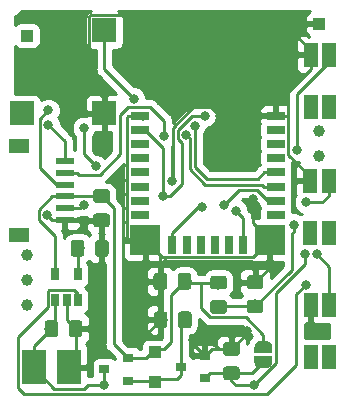
<source format=gbl>
G04 #@! TF.GenerationSoftware,KiCad,Pcbnew,5.0.2-bee76a0~70~ubuntu18.04.1*
G04 #@! TF.CreationDate,2019-03-22T13:37:18+09:00*
G04 #@! TF.ProjectId,GRRNble,4752524e-626c-4652-9e6b-696361645f70,rev?*
G04 #@! TF.SameCoordinates,Original*
G04 #@! TF.FileFunction,Copper,L2,Bot*
G04 #@! TF.FilePolarity,Positive*
%FSLAX46Y46*%
G04 Gerber Fmt 4.6, Leading zero omitted, Abs format (unit mm)*
G04 Created by KiCad (PCBNEW 5.0.2-bee76a0~70~ubuntu18.04.1) date 2019年03月22日 13時37分18秒*
%MOMM*%
%LPD*%
G01*
G04 APERTURE LIST*
G04 #@! TA.AperFunction,SMDPad,CuDef*
%ADD10R,1.500000X0.800000*%
G04 #@! TD*
G04 #@! TA.AperFunction,SMDPad,CuDef*
%ADD11R,0.800000X1.500000*%
G04 #@! TD*
G04 #@! TA.AperFunction,SMDPad,CuDef*
%ADD12R,2.500000X2.500000*%
G04 #@! TD*
G04 #@! TA.AperFunction,SMDPad,CuDef*
%ADD13R,1.549400X0.599440*%
G04 #@! TD*
G04 #@! TA.AperFunction,SMDPad,CuDef*
%ADD14R,1.800860X1.198880*%
G04 #@! TD*
G04 #@! TA.AperFunction,SMDPad,CuDef*
%ADD15R,2.000000X2.000000*%
G04 #@! TD*
G04 #@! TA.AperFunction,SMDPad,CuDef*
%ADD16R,1.000000X1.000000*%
G04 #@! TD*
G04 #@! TA.AperFunction,SMDPad,CuDef*
%ADD17R,1.200000X2.000000*%
G04 #@! TD*
G04 #@! TA.AperFunction,SMDPad,CuDef*
%ADD18R,2.000000X3.000000*%
G04 #@! TD*
G04 #@! TA.AperFunction,Conductor*
%ADD19C,0.100000*%
G04 #@! TD*
G04 #@! TA.AperFunction,SMDPad,CuDef*
%ADD20C,1.150000*%
G04 #@! TD*
G04 #@! TA.AperFunction,SMDPad,CuDef*
%ADD21R,0.900000X0.800000*%
G04 #@! TD*
G04 #@! TA.AperFunction,SMDPad,CuDef*
%ADD22R,0.650000X1.060000*%
G04 #@! TD*
G04 #@! TA.AperFunction,SMDPad,CuDef*
%ADD23C,0.500000*%
G04 #@! TD*
G04 #@! TA.AperFunction,ComponentPad*
%ADD24C,1.000000*%
G04 #@! TD*
G04 #@! TA.AperFunction,ComponentPad*
%ADD25R,1.000000X1.000000*%
G04 #@! TD*
G04 #@! TA.AperFunction,ViaPad*
%ADD26C,0.800000*%
G04 #@! TD*
G04 #@! TA.AperFunction,Conductor*
%ADD27C,0.250000*%
G04 #@! TD*
G04 #@! TA.AperFunction,Conductor*
%ADD28C,0.254000*%
G04 #@! TD*
G04 APERTURE END LIST*
D10*
G04 #@! TO.P,U5,1*
G04 #@! TO.N,GND*
X118000000Y-92631000D03*
G04 #@! TO.P,U5,2*
G04 #@! TO.N,N/C*
X118000000Y-93831000D03*
G04 #@! TO.P,U5,3*
X118000000Y-95031000D03*
G04 #@! TO.P,U5,4*
X118000000Y-96231000D03*
G04 #@! TO.P,U5,5*
G04 #@! TO.N,D8/RXD*
X118000000Y-97431000D03*
G04 #@! TO.P,U5,6*
G04 #@! TO.N,D7/TXD*
X118000000Y-98631000D03*
G04 #@! TO.P,U5,7*
G04 #@! TO.N,WAKESW*
X118000000Y-99831000D03*
G04 #@! TO.P,U5,8*
G04 #@! TO.N,N/C*
X118000000Y-101031000D03*
D11*
G04 #@! TO.P,U5,10*
G04 #@! TO.N,PIO1*
X115250000Y-103531000D03*
G04 #@! TO.P,U5,11*
G04 #@! TO.N,N/C*
X114050000Y-103531000D03*
G04 #@! TO.P,U5,12*
X112850000Y-103531000D03*
G04 #@! TO.P,U5,13*
X111650000Y-103531000D03*
G04 #@! TO.P,U5,14*
X110450000Y-103531000D03*
G04 #@! TO.P,U5,15*
G04 #@! TO.N,WAKEHW*
X109250000Y-103531000D03*
D10*
G04 #@! TO.P,U5,17*
G04 #@! TO.N,N/C*
X106500000Y-101031000D03*
G04 #@! TO.P,U5,18*
X106500000Y-99831000D03*
G04 #@! TO.P,U5,19*
X106500000Y-98631000D03*
G04 #@! TO.P,U5,20*
X106500000Y-97431000D03*
G04 #@! TO.P,U5,21*
X106500000Y-96231000D03*
G04 #@! TO.P,U5,22*
X106500000Y-95031000D03*
G04 #@! TO.P,U5,23*
G04 #@! TO.N,+3V3*
X106500000Y-93831000D03*
G04 #@! TO.P,U5,24*
G04 #@! TO.N,GND*
X106500000Y-92631000D03*
D12*
G04 #@! TO.P,U5,9*
X117492000Y-103150000D03*
G04 #@! TO.P,U5,16*
X106951000Y-103150000D03*
G04 #@! TD*
D13*
G04 #@! TO.P,J1,2*
G04 #@! TO.N,RXD*
X100123500Y-97448700D03*
G04 #@! TO.P,J1,3*
G04 #@! TO.N,TXD*
X100123500Y-98449460D03*
G04 #@! TO.P,J1,1*
G04 #@! TO.N,DTR*
X100123500Y-96447940D03*
D14*
G04 #@! TO.P,J1,M1*
G04 #@! TO.N,N/C*
X96250000Y-95150000D03*
G04 #@! TO.P,J1,M2*
X96250000Y-102747140D03*
D13*
G04 #@! TO.P,J1,4*
G04 #@! TO.N,Net-(C12-Pad1)*
X100123500Y-99450220D03*
G04 #@! TO.P,J1,5*
G04 #@! TO.N,CTS*
X100123500Y-100448440D03*
G04 #@! TO.P,J1,6*
G04 #@! TO.N,GND*
X100123500Y-101449200D03*
G04 #@! TD*
D15*
G04 #@! TO.P,U2,3*
G04 #@! TO.N,N/C*
X96500000Y-92400000D03*
D16*
G04 #@! TO.P,U2,4*
X96952000Y-85852000D03*
D15*
G04 #@! TO.P,U2,1*
G04 #@! TO.N,Net-(U1-Pad43)*
X103500000Y-85400000D03*
G04 #@! TO.P,U2,2*
G04 #@! TO.N,GND*
X103500000Y-92400000D03*
G04 #@! TD*
D17*
G04 #@! TO.P,SW1,1*
G04 #@! TO.N,SW1*
X122550000Y-108650000D03*
G04 #@! TO.P,SW1,2*
G04 #@! TO.N,GND*
X120950000Y-108650000D03*
G04 #@! TO.P,SW1,*
G04 #@! TO.N,*
X122550000Y-113050000D03*
X120950000Y-113050000D03*
G04 #@! TD*
G04 #@! TO.P,SW2,1*
G04 #@! TO.N,SW2*
X122550000Y-87450000D03*
G04 #@! TO.P,SW2,2*
G04 #@! TO.N,GND*
X120950000Y-87450000D03*
G04 #@! TO.P,SW2,*
G04 #@! TO.N,*
X122550000Y-91850000D03*
X120950000Y-91850000D03*
G04 #@! TD*
G04 #@! TO.P,SW3,1*
G04 #@! TO.N,SW3*
X122500000Y-98150000D03*
G04 #@! TO.P,SW3,2*
G04 #@! TO.N,GND*
X120900000Y-98150000D03*
G04 #@! TO.P,SW3,*
G04 #@! TO.N,*
X122500000Y-102550000D03*
X120900000Y-102550000D03*
G04 #@! TD*
D18*
G04 #@! TO.P,BT1,1*
G04 #@! TO.N,+BATT*
X97500000Y-113900000D03*
G04 #@! TO.P,BT1,2*
G04 #@! TO.N,GND*
X100500000Y-113900000D03*
G04 #@! TD*
D19*
G04 #@! TO.N,Net-(C12-Pad1)*
G04 #@! TO.C,R11*
G36*
X110624505Y-105951204D02*
X110648773Y-105954804D01*
X110672572Y-105960765D01*
X110695671Y-105969030D01*
X110717850Y-105979520D01*
X110738893Y-105992132D01*
X110758599Y-106006747D01*
X110776777Y-106023223D01*
X110793253Y-106041401D01*
X110807868Y-106061107D01*
X110820480Y-106082150D01*
X110830970Y-106104329D01*
X110839235Y-106127428D01*
X110845196Y-106151227D01*
X110848796Y-106175495D01*
X110850000Y-106199999D01*
X110850000Y-107100001D01*
X110848796Y-107124505D01*
X110845196Y-107148773D01*
X110839235Y-107172572D01*
X110830970Y-107195671D01*
X110820480Y-107217850D01*
X110807868Y-107238893D01*
X110793253Y-107258599D01*
X110776777Y-107276777D01*
X110758599Y-107293253D01*
X110738893Y-107307868D01*
X110717850Y-107320480D01*
X110695671Y-107330970D01*
X110672572Y-107339235D01*
X110648773Y-107345196D01*
X110624505Y-107348796D01*
X110600001Y-107350000D01*
X109949999Y-107350000D01*
X109925495Y-107348796D01*
X109901227Y-107345196D01*
X109877428Y-107339235D01*
X109854329Y-107330970D01*
X109832150Y-107320480D01*
X109811107Y-107307868D01*
X109791401Y-107293253D01*
X109773223Y-107276777D01*
X109756747Y-107258599D01*
X109742132Y-107238893D01*
X109729520Y-107217850D01*
X109719030Y-107195671D01*
X109710765Y-107172572D01*
X109704804Y-107148773D01*
X109701204Y-107124505D01*
X109700000Y-107100001D01*
X109700000Y-106199999D01*
X109701204Y-106175495D01*
X109704804Y-106151227D01*
X109710765Y-106127428D01*
X109719030Y-106104329D01*
X109729520Y-106082150D01*
X109742132Y-106061107D01*
X109756747Y-106041401D01*
X109773223Y-106023223D01*
X109791401Y-106006747D01*
X109811107Y-105992132D01*
X109832150Y-105979520D01*
X109854329Y-105969030D01*
X109877428Y-105960765D01*
X109901227Y-105954804D01*
X109925495Y-105951204D01*
X109949999Y-105950000D01*
X110600001Y-105950000D01*
X110624505Y-105951204D01*
X110624505Y-105951204D01*
G37*
D20*
G04 #@! TD*
G04 #@! TO.P,R11,1*
G04 #@! TO.N,Net-(C12-Pad1)*
X110275000Y-106650000D03*
D19*
G04 #@! TO.N,GND*
G04 #@! TO.C,R11*
G36*
X108574505Y-105951204D02*
X108598773Y-105954804D01*
X108622572Y-105960765D01*
X108645671Y-105969030D01*
X108667850Y-105979520D01*
X108688893Y-105992132D01*
X108708599Y-106006747D01*
X108726777Y-106023223D01*
X108743253Y-106041401D01*
X108757868Y-106061107D01*
X108770480Y-106082150D01*
X108780970Y-106104329D01*
X108789235Y-106127428D01*
X108795196Y-106151227D01*
X108798796Y-106175495D01*
X108800000Y-106199999D01*
X108800000Y-107100001D01*
X108798796Y-107124505D01*
X108795196Y-107148773D01*
X108789235Y-107172572D01*
X108780970Y-107195671D01*
X108770480Y-107217850D01*
X108757868Y-107238893D01*
X108743253Y-107258599D01*
X108726777Y-107276777D01*
X108708599Y-107293253D01*
X108688893Y-107307868D01*
X108667850Y-107320480D01*
X108645671Y-107330970D01*
X108622572Y-107339235D01*
X108598773Y-107345196D01*
X108574505Y-107348796D01*
X108550001Y-107350000D01*
X107899999Y-107350000D01*
X107875495Y-107348796D01*
X107851227Y-107345196D01*
X107827428Y-107339235D01*
X107804329Y-107330970D01*
X107782150Y-107320480D01*
X107761107Y-107307868D01*
X107741401Y-107293253D01*
X107723223Y-107276777D01*
X107706747Y-107258599D01*
X107692132Y-107238893D01*
X107679520Y-107217850D01*
X107669030Y-107195671D01*
X107660765Y-107172572D01*
X107654804Y-107148773D01*
X107651204Y-107124505D01*
X107650000Y-107100001D01*
X107650000Y-106199999D01*
X107651204Y-106175495D01*
X107654804Y-106151227D01*
X107660765Y-106127428D01*
X107669030Y-106104329D01*
X107679520Y-106082150D01*
X107692132Y-106061107D01*
X107706747Y-106041401D01*
X107723223Y-106023223D01*
X107741401Y-106006747D01*
X107761107Y-105992132D01*
X107782150Y-105979520D01*
X107804329Y-105969030D01*
X107827428Y-105960765D01*
X107851227Y-105954804D01*
X107875495Y-105951204D01*
X107899999Y-105950000D01*
X108550001Y-105950000D01*
X108574505Y-105951204D01*
X108574505Y-105951204D01*
G37*
D20*
G04 #@! TD*
G04 #@! TO.P,R11,2*
G04 #@! TO.N,GND*
X108225000Y-106650000D03*
D21*
G04 #@! TO.P,U6,1*
G04 #@! TO.N,GND*
X112000000Y-112950000D03*
G04 #@! TO.P,U6,2*
G04 #@! TO.N,+3V3*
X112000000Y-114850000D03*
G04 #@! TO.P,U6,3*
G04 #@! TO.N,+5V*
X110000000Y-113900000D03*
G04 #@! TD*
G04 #@! TO.P,Q1,3*
G04 #@! TO.N,+BATT*
X103500000Y-114100000D03*
G04 #@! TO.P,Q1,2*
G04 #@! TO.N,+5V*
X105500000Y-115050000D03*
G04 #@! TO.P,Q1,1*
G04 #@! TO.N,Net-(C12-Pad1)*
X105500000Y-113150000D03*
G04 #@! TD*
D19*
G04 #@! TO.N,Net-(C12-Pad1)*
G04 #@! TO.C,C12*
G36*
X103724505Y-98851204D02*
X103748773Y-98854804D01*
X103772572Y-98860765D01*
X103795671Y-98869030D01*
X103817850Y-98879520D01*
X103838893Y-98892132D01*
X103858599Y-98906747D01*
X103876777Y-98923223D01*
X103893253Y-98941401D01*
X103907868Y-98961107D01*
X103920480Y-98982150D01*
X103930970Y-99004329D01*
X103939235Y-99027428D01*
X103945196Y-99051227D01*
X103948796Y-99075495D01*
X103950000Y-99099999D01*
X103950000Y-99750001D01*
X103948796Y-99774505D01*
X103945196Y-99798773D01*
X103939235Y-99822572D01*
X103930970Y-99845671D01*
X103920480Y-99867850D01*
X103907868Y-99888893D01*
X103893253Y-99908599D01*
X103876777Y-99926777D01*
X103858599Y-99943253D01*
X103838893Y-99957868D01*
X103817850Y-99970480D01*
X103795671Y-99980970D01*
X103772572Y-99989235D01*
X103748773Y-99995196D01*
X103724505Y-99998796D01*
X103700001Y-100000000D01*
X102799999Y-100000000D01*
X102775495Y-99998796D01*
X102751227Y-99995196D01*
X102727428Y-99989235D01*
X102704329Y-99980970D01*
X102682150Y-99970480D01*
X102661107Y-99957868D01*
X102641401Y-99943253D01*
X102623223Y-99926777D01*
X102606747Y-99908599D01*
X102592132Y-99888893D01*
X102579520Y-99867850D01*
X102569030Y-99845671D01*
X102560765Y-99822572D01*
X102554804Y-99798773D01*
X102551204Y-99774505D01*
X102550000Y-99750001D01*
X102550000Y-99099999D01*
X102551204Y-99075495D01*
X102554804Y-99051227D01*
X102560765Y-99027428D01*
X102569030Y-99004329D01*
X102579520Y-98982150D01*
X102592132Y-98961107D01*
X102606747Y-98941401D01*
X102623223Y-98923223D01*
X102641401Y-98906747D01*
X102661107Y-98892132D01*
X102682150Y-98879520D01*
X102704329Y-98869030D01*
X102727428Y-98860765D01*
X102751227Y-98854804D01*
X102775495Y-98851204D01*
X102799999Y-98850000D01*
X103700001Y-98850000D01*
X103724505Y-98851204D01*
X103724505Y-98851204D01*
G37*
D20*
G04 #@! TD*
G04 #@! TO.P,C12,1*
G04 #@! TO.N,Net-(C12-Pad1)*
X103250000Y-99425000D03*
D19*
G04 #@! TO.N,GND*
G04 #@! TO.C,C12*
G36*
X103724505Y-100901204D02*
X103748773Y-100904804D01*
X103772572Y-100910765D01*
X103795671Y-100919030D01*
X103817850Y-100929520D01*
X103838893Y-100942132D01*
X103858599Y-100956747D01*
X103876777Y-100973223D01*
X103893253Y-100991401D01*
X103907868Y-101011107D01*
X103920480Y-101032150D01*
X103930970Y-101054329D01*
X103939235Y-101077428D01*
X103945196Y-101101227D01*
X103948796Y-101125495D01*
X103950000Y-101149999D01*
X103950000Y-101800001D01*
X103948796Y-101824505D01*
X103945196Y-101848773D01*
X103939235Y-101872572D01*
X103930970Y-101895671D01*
X103920480Y-101917850D01*
X103907868Y-101938893D01*
X103893253Y-101958599D01*
X103876777Y-101976777D01*
X103858599Y-101993253D01*
X103838893Y-102007868D01*
X103817850Y-102020480D01*
X103795671Y-102030970D01*
X103772572Y-102039235D01*
X103748773Y-102045196D01*
X103724505Y-102048796D01*
X103700001Y-102050000D01*
X102799999Y-102050000D01*
X102775495Y-102048796D01*
X102751227Y-102045196D01*
X102727428Y-102039235D01*
X102704329Y-102030970D01*
X102682150Y-102020480D01*
X102661107Y-102007868D01*
X102641401Y-101993253D01*
X102623223Y-101976777D01*
X102606747Y-101958599D01*
X102592132Y-101938893D01*
X102579520Y-101917850D01*
X102569030Y-101895671D01*
X102560765Y-101872572D01*
X102554804Y-101848773D01*
X102551204Y-101824505D01*
X102550000Y-101800001D01*
X102550000Y-101149999D01*
X102551204Y-101125495D01*
X102554804Y-101101227D01*
X102560765Y-101077428D01*
X102569030Y-101054329D01*
X102579520Y-101032150D01*
X102592132Y-101011107D01*
X102606747Y-100991401D01*
X102623223Y-100973223D01*
X102641401Y-100956747D01*
X102661107Y-100942132D01*
X102682150Y-100929520D01*
X102704329Y-100919030D01*
X102727428Y-100910765D01*
X102751227Y-100904804D01*
X102775495Y-100901204D01*
X102799999Y-100900000D01*
X103700001Y-100900000D01*
X103724505Y-100901204D01*
X103724505Y-100901204D01*
G37*
D20*
G04 #@! TD*
G04 #@! TO.P,C12,2*
G04 #@! TO.N,GND*
X103250000Y-101475000D03*
D19*
G04 #@! TO.N,GND*
G04 #@! TO.C,C13*
G36*
X101399505Y-109951204D02*
X101423773Y-109954804D01*
X101447572Y-109960765D01*
X101470671Y-109969030D01*
X101492850Y-109979520D01*
X101513893Y-109992132D01*
X101533599Y-110006747D01*
X101551777Y-110023223D01*
X101568253Y-110041401D01*
X101582868Y-110061107D01*
X101595480Y-110082150D01*
X101605970Y-110104329D01*
X101614235Y-110127428D01*
X101620196Y-110151227D01*
X101623796Y-110175495D01*
X101625000Y-110199999D01*
X101625000Y-111100001D01*
X101623796Y-111124505D01*
X101620196Y-111148773D01*
X101614235Y-111172572D01*
X101605970Y-111195671D01*
X101595480Y-111217850D01*
X101582868Y-111238893D01*
X101568253Y-111258599D01*
X101551777Y-111276777D01*
X101533599Y-111293253D01*
X101513893Y-111307868D01*
X101492850Y-111320480D01*
X101470671Y-111330970D01*
X101447572Y-111339235D01*
X101423773Y-111345196D01*
X101399505Y-111348796D01*
X101375001Y-111350000D01*
X100724999Y-111350000D01*
X100700495Y-111348796D01*
X100676227Y-111345196D01*
X100652428Y-111339235D01*
X100629329Y-111330970D01*
X100607150Y-111320480D01*
X100586107Y-111307868D01*
X100566401Y-111293253D01*
X100548223Y-111276777D01*
X100531747Y-111258599D01*
X100517132Y-111238893D01*
X100504520Y-111217850D01*
X100494030Y-111195671D01*
X100485765Y-111172572D01*
X100479804Y-111148773D01*
X100476204Y-111124505D01*
X100475000Y-111100001D01*
X100475000Y-110199999D01*
X100476204Y-110175495D01*
X100479804Y-110151227D01*
X100485765Y-110127428D01*
X100494030Y-110104329D01*
X100504520Y-110082150D01*
X100517132Y-110061107D01*
X100531747Y-110041401D01*
X100548223Y-110023223D01*
X100566401Y-110006747D01*
X100586107Y-109992132D01*
X100607150Y-109979520D01*
X100629329Y-109969030D01*
X100652428Y-109960765D01*
X100676227Y-109954804D01*
X100700495Y-109951204D01*
X100724999Y-109950000D01*
X101375001Y-109950000D01*
X101399505Y-109951204D01*
X101399505Y-109951204D01*
G37*
D20*
G04 #@! TD*
G04 #@! TO.P,C13,2*
G04 #@! TO.N,GND*
X101050000Y-110650000D03*
D19*
G04 #@! TO.N,+BATT*
G04 #@! TO.C,C13*
G36*
X99349505Y-109951204D02*
X99373773Y-109954804D01*
X99397572Y-109960765D01*
X99420671Y-109969030D01*
X99442850Y-109979520D01*
X99463893Y-109992132D01*
X99483599Y-110006747D01*
X99501777Y-110023223D01*
X99518253Y-110041401D01*
X99532868Y-110061107D01*
X99545480Y-110082150D01*
X99555970Y-110104329D01*
X99564235Y-110127428D01*
X99570196Y-110151227D01*
X99573796Y-110175495D01*
X99575000Y-110199999D01*
X99575000Y-111100001D01*
X99573796Y-111124505D01*
X99570196Y-111148773D01*
X99564235Y-111172572D01*
X99555970Y-111195671D01*
X99545480Y-111217850D01*
X99532868Y-111238893D01*
X99518253Y-111258599D01*
X99501777Y-111276777D01*
X99483599Y-111293253D01*
X99463893Y-111307868D01*
X99442850Y-111320480D01*
X99420671Y-111330970D01*
X99397572Y-111339235D01*
X99373773Y-111345196D01*
X99349505Y-111348796D01*
X99325001Y-111350000D01*
X98674999Y-111350000D01*
X98650495Y-111348796D01*
X98626227Y-111345196D01*
X98602428Y-111339235D01*
X98579329Y-111330970D01*
X98557150Y-111320480D01*
X98536107Y-111307868D01*
X98516401Y-111293253D01*
X98498223Y-111276777D01*
X98481747Y-111258599D01*
X98467132Y-111238893D01*
X98454520Y-111217850D01*
X98444030Y-111195671D01*
X98435765Y-111172572D01*
X98429804Y-111148773D01*
X98426204Y-111124505D01*
X98425000Y-111100001D01*
X98425000Y-110199999D01*
X98426204Y-110175495D01*
X98429804Y-110151227D01*
X98435765Y-110127428D01*
X98444030Y-110104329D01*
X98454520Y-110082150D01*
X98467132Y-110061107D01*
X98481747Y-110041401D01*
X98498223Y-110023223D01*
X98516401Y-110006747D01*
X98536107Y-109992132D01*
X98557150Y-109979520D01*
X98579329Y-109969030D01*
X98602428Y-109960765D01*
X98626227Y-109954804D01*
X98650495Y-109951204D01*
X98674999Y-109950000D01*
X99325001Y-109950000D01*
X99349505Y-109951204D01*
X99349505Y-109951204D01*
G37*
D20*
G04 #@! TD*
G04 #@! TO.P,C13,1*
G04 #@! TO.N,+BATT*
X99000000Y-110650000D03*
D19*
G04 #@! TO.N,GND*
G04 #@! TO.C,C15*
G36*
X108599505Y-109201204D02*
X108623773Y-109204804D01*
X108647572Y-109210765D01*
X108670671Y-109219030D01*
X108692850Y-109229520D01*
X108713893Y-109242132D01*
X108733599Y-109256747D01*
X108751777Y-109273223D01*
X108768253Y-109291401D01*
X108782868Y-109311107D01*
X108795480Y-109332150D01*
X108805970Y-109354329D01*
X108814235Y-109377428D01*
X108820196Y-109401227D01*
X108823796Y-109425495D01*
X108825000Y-109449999D01*
X108825000Y-110350001D01*
X108823796Y-110374505D01*
X108820196Y-110398773D01*
X108814235Y-110422572D01*
X108805970Y-110445671D01*
X108795480Y-110467850D01*
X108782868Y-110488893D01*
X108768253Y-110508599D01*
X108751777Y-110526777D01*
X108733599Y-110543253D01*
X108713893Y-110557868D01*
X108692850Y-110570480D01*
X108670671Y-110580970D01*
X108647572Y-110589235D01*
X108623773Y-110595196D01*
X108599505Y-110598796D01*
X108575001Y-110600000D01*
X107924999Y-110600000D01*
X107900495Y-110598796D01*
X107876227Y-110595196D01*
X107852428Y-110589235D01*
X107829329Y-110580970D01*
X107807150Y-110570480D01*
X107786107Y-110557868D01*
X107766401Y-110543253D01*
X107748223Y-110526777D01*
X107731747Y-110508599D01*
X107717132Y-110488893D01*
X107704520Y-110467850D01*
X107694030Y-110445671D01*
X107685765Y-110422572D01*
X107679804Y-110398773D01*
X107676204Y-110374505D01*
X107675000Y-110350001D01*
X107675000Y-109449999D01*
X107676204Y-109425495D01*
X107679804Y-109401227D01*
X107685765Y-109377428D01*
X107694030Y-109354329D01*
X107704520Y-109332150D01*
X107717132Y-109311107D01*
X107731747Y-109291401D01*
X107748223Y-109273223D01*
X107766401Y-109256747D01*
X107786107Y-109242132D01*
X107807150Y-109229520D01*
X107829329Y-109219030D01*
X107852428Y-109210765D01*
X107876227Y-109204804D01*
X107900495Y-109201204D01*
X107924999Y-109200000D01*
X108575001Y-109200000D01*
X108599505Y-109201204D01*
X108599505Y-109201204D01*
G37*
D20*
G04 #@! TD*
G04 #@! TO.P,C15,2*
G04 #@! TO.N,GND*
X108250000Y-109900000D03*
D19*
G04 #@! TO.N,+5V*
G04 #@! TO.C,C15*
G36*
X110649505Y-109201204D02*
X110673773Y-109204804D01*
X110697572Y-109210765D01*
X110720671Y-109219030D01*
X110742850Y-109229520D01*
X110763893Y-109242132D01*
X110783599Y-109256747D01*
X110801777Y-109273223D01*
X110818253Y-109291401D01*
X110832868Y-109311107D01*
X110845480Y-109332150D01*
X110855970Y-109354329D01*
X110864235Y-109377428D01*
X110870196Y-109401227D01*
X110873796Y-109425495D01*
X110875000Y-109449999D01*
X110875000Y-110350001D01*
X110873796Y-110374505D01*
X110870196Y-110398773D01*
X110864235Y-110422572D01*
X110855970Y-110445671D01*
X110845480Y-110467850D01*
X110832868Y-110488893D01*
X110818253Y-110508599D01*
X110801777Y-110526777D01*
X110783599Y-110543253D01*
X110763893Y-110557868D01*
X110742850Y-110570480D01*
X110720671Y-110580970D01*
X110697572Y-110589235D01*
X110673773Y-110595196D01*
X110649505Y-110598796D01*
X110625001Y-110600000D01*
X109974999Y-110600000D01*
X109950495Y-110598796D01*
X109926227Y-110595196D01*
X109902428Y-110589235D01*
X109879329Y-110580970D01*
X109857150Y-110570480D01*
X109836107Y-110557868D01*
X109816401Y-110543253D01*
X109798223Y-110526777D01*
X109781747Y-110508599D01*
X109767132Y-110488893D01*
X109754520Y-110467850D01*
X109744030Y-110445671D01*
X109735765Y-110422572D01*
X109729804Y-110398773D01*
X109726204Y-110374505D01*
X109725000Y-110350001D01*
X109725000Y-109449999D01*
X109726204Y-109425495D01*
X109729804Y-109401227D01*
X109735765Y-109377428D01*
X109744030Y-109354329D01*
X109754520Y-109332150D01*
X109767132Y-109311107D01*
X109781747Y-109291401D01*
X109798223Y-109273223D01*
X109816401Y-109256747D01*
X109836107Y-109242132D01*
X109857150Y-109229520D01*
X109879329Y-109219030D01*
X109902428Y-109210765D01*
X109926227Y-109204804D01*
X109950495Y-109201204D01*
X109974999Y-109200000D01*
X110625001Y-109200000D01*
X110649505Y-109201204D01*
X110649505Y-109201204D01*
G37*
D20*
G04 #@! TD*
G04 #@! TO.P,C15,1*
G04 #@! TO.N,+5V*
X110300000Y-109900000D03*
D19*
G04 #@! TO.N,+3V3*
G04 #@! TO.C,C16*
G36*
X114724505Y-113851204D02*
X114748773Y-113854804D01*
X114772572Y-113860765D01*
X114795671Y-113869030D01*
X114817850Y-113879520D01*
X114838893Y-113892132D01*
X114858599Y-113906747D01*
X114876777Y-113923223D01*
X114893253Y-113941401D01*
X114907868Y-113961107D01*
X114920480Y-113982150D01*
X114930970Y-114004329D01*
X114939235Y-114027428D01*
X114945196Y-114051227D01*
X114948796Y-114075495D01*
X114950000Y-114099999D01*
X114950000Y-114750001D01*
X114948796Y-114774505D01*
X114945196Y-114798773D01*
X114939235Y-114822572D01*
X114930970Y-114845671D01*
X114920480Y-114867850D01*
X114907868Y-114888893D01*
X114893253Y-114908599D01*
X114876777Y-114926777D01*
X114858599Y-114943253D01*
X114838893Y-114957868D01*
X114817850Y-114970480D01*
X114795671Y-114980970D01*
X114772572Y-114989235D01*
X114748773Y-114995196D01*
X114724505Y-114998796D01*
X114700001Y-115000000D01*
X113799999Y-115000000D01*
X113775495Y-114998796D01*
X113751227Y-114995196D01*
X113727428Y-114989235D01*
X113704329Y-114980970D01*
X113682150Y-114970480D01*
X113661107Y-114957868D01*
X113641401Y-114943253D01*
X113623223Y-114926777D01*
X113606747Y-114908599D01*
X113592132Y-114888893D01*
X113579520Y-114867850D01*
X113569030Y-114845671D01*
X113560765Y-114822572D01*
X113554804Y-114798773D01*
X113551204Y-114774505D01*
X113550000Y-114750001D01*
X113550000Y-114099999D01*
X113551204Y-114075495D01*
X113554804Y-114051227D01*
X113560765Y-114027428D01*
X113569030Y-114004329D01*
X113579520Y-113982150D01*
X113592132Y-113961107D01*
X113606747Y-113941401D01*
X113623223Y-113923223D01*
X113641401Y-113906747D01*
X113661107Y-113892132D01*
X113682150Y-113879520D01*
X113704329Y-113869030D01*
X113727428Y-113860765D01*
X113751227Y-113854804D01*
X113775495Y-113851204D01*
X113799999Y-113850000D01*
X114700001Y-113850000D01*
X114724505Y-113851204D01*
X114724505Y-113851204D01*
G37*
D20*
G04 #@! TD*
G04 #@! TO.P,C16,1*
G04 #@! TO.N,+3V3*
X114250000Y-114425000D03*
D19*
G04 #@! TO.N,GND*
G04 #@! TO.C,C16*
G36*
X114724505Y-111801204D02*
X114748773Y-111804804D01*
X114772572Y-111810765D01*
X114795671Y-111819030D01*
X114817850Y-111829520D01*
X114838893Y-111842132D01*
X114858599Y-111856747D01*
X114876777Y-111873223D01*
X114893253Y-111891401D01*
X114907868Y-111911107D01*
X114920480Y-111932150D01*
X114930970Y-111954329D01*
X114939235Y-111977428D01*
X114945196Y-112001227D01*
X114948796Y-112025495D01*
X114950000Y-112049999D01*
X114950000Y-112700001D01*
X114948796Y-112724505D01*
X114945196Y-112748773D01*
X114939235Y-112772572D01*
X114930970Y-112795671D01*
X114920480Y-112817850D01*
X114907868Y-112838893D01*
X114893253Y-112858599D01*
X114876777Y-112876777D01*
X114858599Y-112893253D01*
X114838893Y-112907868D01*
X114817850Y-112920480D01*
X114795671Y-112930970D01*
X114772572Y-112939235D01*
X114748773Y-112945196D01*
X114724505Y-112948796D01*
X114700001Y-112950000D01*
X113799999Y-112950000D01*
X113775495Y-112948796D01*
X113751227Y-112945196D01*
X113727428Y-112939235D01*
X113704329Y-112930970D01*
X113682150Y-112920480D01*
X113661107Y-112907868D01*
X113641401Y-112893253D01*
X113623223Y-112876777D01*
X113606747Y-112858599D01*
X113592132Y-112838893D01*
X113579520Y-112817850D01*
X113569030Y-112795671D01*
X113560765Y-112772572D01*
X113554804Y-112748773D01*
X113551204Y-112724505D01*
X113550000Y-112700001D01*
X113550000Y-112049999D01*
X113551204Y-112025495D01*
X113554804Y-112001227D01*
X113560765Y-111977428D01*
X113569030Y-111954329D01*
X113579520Y-111932150D01*
X113592132Y-111911107D01*
X113606747Y-111891401D01*
X113623223Y-111873223D01*
X113641401Y-111856747D01*
X113661107Y-111842132D01*
X113682150Y-111829520D01*
X113704329Y-111819030D01*
X113727428Y-111810765D01*
X113751227Y-111804804D01*
X113775495Y-111801204D01*
X113799999Y-111800000D01*
X114700001Y-111800000D01*
X114724505Y-111801204D01*
X114724505Y-111801204D01*
G37*
D20*
G04 #@! TD*
G04 #@! TO.P,C16,2*
G04 #@! TO.N,GND*
X114250000Y-112375000D03*
D16*
G04 #@! TO.P,D1,1*
G04 #@! TO.N,+5V*
X107750000Y-115150000D03*
G04 #@! TO.P,D1,2*
G04 #@! TO.N,Net-(C12-Pad1)*
X107750000Y-112650000D03*
G04 #@! TD*
D19*
G04 #@! TO.N,Net-(R8-Pad1)*
G04 #@! TO.C,R8*
G36*
X101574505Y-103151204D02*
X101598773Y-103154804D01*
X101622572Y-103160765D01*
X101645671Y-103169030D01*
X101667850Y-103179520D01*
X101688893Y-103192132D01*
X101708599Y-103206747D01*
X101726777Y-103223223D01*
X101743253Y-103241401D01*
X101757868Y-103261107D01*
X101770480Y-103282150D01*
X101780970Y-103304329D01*
X101789235Y-103327428D01*
X101795196Y-103351227D01*
X101798796Y-103375495D01*
X101800000Y-103399999D01*
X101800000Y-104300001D01*
X101798796Y-104324505D01*
X101795196Y-104348773D01*
X101789235Y-104372572D01*
X101780970Y-104395671D01*
X101770480Y-104417850D01*
X101757868Y-104438893D01*
X101743253Y-104458599D01*
X101726777Y-104476777D01*
X101708599Y-104493253D01*
X101688893Y-104507868D01*
X101667850Y-104520480D01*
X101645671Y-104530970D01*
X101622572Y-104539235D01*
X101598773Y-104545196D01*
X101574505Y-104548796D01*
X101550001Y-104550000D01*
X100899999Y-104550000D01*
X100875495Y-104548796D01*
X100851227Y-104545196D01*
X100827428Y-104539235D01*
X100804329Y-104530970D01*
X100782150Y-104520480D01*
X100761107Y-104507868D01*
X100741401Y-104493253D01*
X100723223Y-104476777D01*
X100706747Y-104458599D01*
X100692132Y-104438893D01*
X100679520Y-104417850D01*
X100669030Y-104395671D01*
X100660765Y-104372572D01*
X100654804Y-104348773D01*
X100651204Y-104324505D01*
X100650000Y-104300001D01*
X100650000Y-103399999D01*
X100651204Y-103375495D01*
X100654804Y-103351227D01*
X100660765Y-103327428D01*
X100669030Y-103304329D01*
X100679520Y-103282150D01*
X100692132Y-103261107D01*
X100706747Y-103241401D01*
X100723223Y-103223223D01*
X100741401Y-103206747D01*
X100761107Y-103192132D01*
X100782150Y-103179520D01*
X100804329Y-103169030D01*
X100827428Y-103160765D01*
X100851227Y-103154804D01*
X100875495Y-103151204D01*
X100899999Y-103150000D01*
X101550001Y-103150000D01*
X101574505Y-103151204D01*
X101574505Y-103151204D01*
G37*
D20*
G04 #@! TD*
G04 #@! TO.P,R8,1*
G04 #@! TO.N,Net-(R8-Pad1)*
X101225000Y-103850000D03*
D19*
G04 #@! TO.N,GND*
G04 #@! TO.C,R8*
G36*
X103624505Y-103151204D02*
X103648773Y-103154804D01*
X103672572Y-103160765D01*
X103695671Y-103169030D01*
X103717850Y-103179520D01*
X103738893Y-103192132D01*
X103758599Y-103206747D01*
X103776777Y-103223223D01*
X103793253Y-103241401D01*
X103807868Y-103261107D01*
X103820480Y-103282150D01*
X103830970Y-103304329D01*
X103839235Y-103327428D01*
X103845196Y-103351227D01*
X103848796Y-103375495D01*
X103850000Y-103399999D01*
X103850000Y-104300001D01*
X103848796Y-104324505D01*
X103845196Y-104348773D01*
X103839235Y-104372572D01*
X103830970Y-104395671D01*
X103820480Y-104417850D01*
X103807868Y-104438893D01*
X103793253Y-104458599D01*
X103776777Y-104476777D01*
X103758599Y-104493253D01*
X103738893Y-104507868D01*
X103717850Y-104520480D01*
X103695671Y-104530970D01*
X103672572Y-104539235D01*
X103648773Y-104545196D01*
X103624505Y-104548796D01*
X103600001Y-104550000D01*
X102949999Y-104550000D01*
X102925495Y-104548796D01*
X102901227Y-104545196D01*
X102877428Y-104539235D01*
X102854329Y-104530970D01*
X102832150Y-104520480D01*
X102811107Y-104507868D01*
X102791401Y-104493253D01*
X102773223Y-104476777D01*
X102756747Y-104458599D01*
X102742132Y-104438893D01*
X102729520Y-104417850D01*
X102719030Y-104395671D01*
X102710765Y-104372572D01*
X102704804Y-104348773D01*
X102701204Y-104324505D01*
X102700000Y-104300001D01*
X102700000Y-103399999D01*
X102701204Y-103375495D01*
X102704804Y-103351227D01*
X102710765Y-103327428D01*
X102719030Y-103304329D01*
X102729520Y-103282150D01*
X102742132Y-103261107D01*
X102756747Y-103241401D01*
X102773223Y-103223223D01*
X102791401Y-103206747D01*
X102811107Y-103192132D01*
X102832150Y-103179520D01*
X102854329Y-103169030D01*
X102877428Y-103160765D01*
X102901227Y-103154804D01*
X102925495Y-103151204D01*
X102949999Y-103150000D01*
X103600001Y-103150000D01*
X103624505Y-103151204D01*
X103624505Y-103151204D01*
G37*
D20*
G04 #@! TD*
G04 #@! TO.P,R8,2*
G04 #@! TO.N,GND*
X103275000Y-103850000D03*
D19*
G04 #@! TO.N,Net-(C12-Pad1)*
G04 #@! TO.C,R9*
G36*
X113624505Y-106176204D02*
X113648773Y-106179804D01*
X113672572Y-106185765D01*
X113695671Y-106194030D01*
X113717850Y-106204520D01*
X113738893Y-106217132D01*
X113758599Y-106231747D01*
X113776777Y-106248223D01*
X113793253Y-106266401D01*
X113807868Y-106286107D01*
X113820480Y-106307150D01*
X113830970Y-106329329D01*
X113839235Y-106352428D01*
X113845196Y-106376227D01*
X113848796Y-106400495D01*
X113850000Y-106424999D01*
X113850000Y-107075001D01*
X113848796Y-107099505D01*
X113845196Y-107123773D01*
X113839235Y-107147572D01*
X113830970Y-107170671D01*
X113820480Y-107192850D01*
X113807868Y-107213893D01*
X113793253Y-107233599D01*
X113776777Y-107251777D01*
X113758599Y-107268253D01*
X113738893Y-107282868D01*
X113717850Y-107295480D01*
X113695671Y-107305970D01*
X113672572Y-107314235D01*
X113648773Y-107320196D01*
X113624505Y-107323796D01*
X113600001Y-107325000D01*
X112699999Y-107325000D01*
X112675495Y-107323796D01*
X112651227Y-107320196D01*
X112627428Y-107314235D01*
X112604329Y-107305970D01*
X112582150Y-107295480D01*
X112561107Y-107282868D01*
X112541401Y-107268253D01*
X112523223Y-107251777D01*
X112506747Y-107233599D01*
X112492132Y-107213893D01*
X112479520Y-107192850D01*
X112469030Y-107170671D01*
X112460765Y-107147572D01*
X112454804Y-107123773D01*
X112451204Y-107099505D01*
X112450000Y-107075001D01*
X112450000Y-106424999D01*
X112451204Y-106400495D01*
X112454804Y-106376227D01*
X112460765Y-106352428D01*
X112469030Y-106329329D01*
X112479520Y-106307150D01*
X112492132Y-106286107D01*
X112506747Y-106266401D01*
X112523223Y-106248223D01*
X112541401Y-106231747D01*
X112561107Y-106217132D01*
X112582150Y-106204520D01*
X112604329Y-106194030D01*
X112627428Y-106185765D01*
X112651227Y-106179804D01*
X112675495Y-106176204D01*
X112699999Y-106175000D01*
X113600001Y-106175000D01*
X113624505Y-106176204D01*
X113624505Y-106176204D01*
G37*
D20*
G04 #@! TD*
G04 #@! TO.P,R9,2*
G04 #@! TO.N,Net-(C12-Pad1)*
X113150000Y-106750000D03*
D19*
G04 #@! TO.N,VDD*
G04 #@! TO.C,R9*
G36*
X113624505Y-108226204D02*
X113648773Y-108229804D01*
X113672572Y-108235765D01*
X113695671Y-108244030D01*
X113717850Y-108254520D01*
X113738893Y-108267132D01*
X113758599Y-108281747D01*
X113776777Y-108298223D01*
X113793253Y-108316401D01*
X113807868Y-108336107D01*
X113820480Y-108357150D01*
X113830970Y-108379329D01*
X113839235Y-108402428D01*
X113845196Y-108426227D01*
X113848796Y-108450495D01*
X113850000Y-108474999D01*
X113850000Y-109125001D01*
X113848796Y-109149505D01*
X113845196Y-109173773D01*
X113839235Y-109197572D01*
X113830970Y-109220671D01*
X113820480Y-109242850D01*
X113807868Y-109263893D01*
X113793253Y-109283599D01*
X113776777Y-109301777D01*
X113758599Y-109318253D01*
X113738893Y-109332868D01*
X113717850Y-109345480D01*
X113695671Y-109355970D01*
X113672572Y-109364235D01*
X113648773Y-109370196D01*
X113624505Y-109373796D01*
X113600001Y-109375000D01*
X112699999Y-109375000D01*
X112675495Y-109373796D01*
X112651227Y-109370196D01*
X112627428Y-109364235D01*
X112604329Y-109355970D01*
X112582150Y-109345480D01*
X112561107Y-109332868D01*
X112541401Y-109318253D01*
X112523223Y-109301777D01*
X112506747Y-109283599D01*
X112492132Y-109263893D01*
X112479520Y-109242850D01*
X112469030Y-109220671D01*
X112460765Y-109197572D01*
X112454804Y-109173773D01*
X112451204Y-109149505D01*
X112450000Y-109125001D01*
X112450000Y-108474999D01*
X112451204Y-108450495D01*
X112454804Y-108426227D01*
X112460765Y-108402428D01*
X112469030Y-108379329D01*
X112479520Y-108357150D01*
X112492132Y-108336107D01*
X112506747Y-108316401D01*
X112523223Y-108298223D01*
X112541401Y-108281747D01*
X112561107Y-108267132D01*
X112582150Y-108254520D01*
X112604329Y-108244030D01*
X112627428Y-108235765D01*
X112651227Y-108229804D01*
X112675495Y-108226204D01*
X112699999Y-108225000D01*
X113600001Y-108225000D01*
X113624505Y-108226204D01*
X113624505Y-108226204D01*
G37*
D20*
G04 #@! TD*
G04 #@! TO.P,R9,1*
G04 #@! TO.N,VDD*
X113150000Y-108800000D03*
D19*
G04 #@! TO.N,GND*
G04 #@! TO.C,R10*
G36*
X116724505Y-106151204D02*
X116748773Y-106154804D01*
X116772572Y-106160765D01*
X116795671Y-106169030D01*
X116817850Y-106179520D01*
X116838893Y-106192132D01*
X116858599Y-106206747D01*
X116876777Y-106223223D01*
X116893253Y-106241401D01*
X116907868Y-106261107D01*
X116920480Y-106282150D01*
X116930970Y-106304329D01*
X116939235Y-106327428D01*
X116945196Y-106351227D01*
X116948796Y-106375495D01*
X116950000Y-106399999D01*
X116950000Y-107050001D01*
X116948796Y-107074505D01*
X116945196Y-107098773D01*
X116939235Y-107122572D01*
X116930970Y-107145671D01*
X116920480Y-107167850D01*
X116907868Y-107188893D01*
X116893253Y-107208599D01*
X116876777Y-107226777D01*
X116858599Y-107243253D01*
X116838893Y-107257868D01*
X116817850Y-107270480D01*
X116795671Y-107280970D01*
X116772572Y-107289235D01*
X116748773Y-107295196D01*
X116724505Y-107298796D01*
X116700001Y-107300000D01*
X115799999Y-107300000D01*
X115775495Y-107298796D01*
X115751227Y-107295196D01*
X115727428Y-107289235D01*
X115704329Y-107280970D01*
X115682150Y-107270480D01*
X115661107Y-107257868D01*
X115641401Y-107243253D01*
X115623223Y-107226777D01*
X115606747Y-107208599D01*
X115592132Y-107188893D01*
X115579520Y-107167850D01*
X115569030Y-107145671D01*
X115560765Y-107122572D01*
X115554804Y-107098773D01*
X115551204Y-107074505D01*
X115550000Y-107050001D01*
X115550000Y-106399999D01*
X115551204Y-106375495D01*
X115554804Y-106351227D01*
X115560765Y-106327428D01*
X115569030Y-106304329D01*
X115579520Y-106282150D01*
X115592132Y-106261107D01*
X115606747Y-106241401D01*
X115623223Y-106223223D01*
X115641401Y-106206747D01*
X115661107Y-106192132D01*
X115682150Y-106179520D01*
X115704329Y-106169030D01*
X115727428Y-106160765D01*
X115751227Y-106154804D01*
X115775495Y-106151204D01*
X115799999Y-106150000D01*
X116700001Y-106150000D01*
X116724505Y-106151204D01*
X116724505Y-106151204D01*
G37*
D20*
G04 #@! TD*
G04 #@! TO.P,R10,2*
G04 #@! TO.N,GND*
X116250000Y-106725000D03*
D19*
G04 #@! TO.N,VDD*
G04 #@! TO.C,R10*
G36*
X116724505Y-108201204D02*
X116748773Y-108204804D01*
X116772572Y-108210765D01*
X116795671Y-108219030D01*
X116817850Y-108229520D01*
X116838893Y-108242132D01*
X116858599Y-108256747D01*
X116876777Y-108273223D01*
X116893253Y-108291401D01*
X116907868Y-108311107D01*
X116920480Y-108332150D01*
X116930970Y-108354329D01*
X116939235Y-108377428D01*
X116945196Y-108401227D01*
X116948796Y-108425495D01*
X116950000Y-108449999D01*
X116950000Y-109100001D01*
X116948796Y-109124505D01*
X116945196Y-109148773D01*
X116939235Y-109172572D01*
X116930970Y-109195671D01*
X116920480Y-109217850D01*
X116907868Y-109238893D01*
X116893253Y-109258599D01*
X116876777Y-109276777D01*
X116858599Y-109293253D01*
X116838893Y-109307868D01*
X116817850Y-109320480D01*
X116795671Y-109330970D01*
X116772572Y-109339235D01*
X116748773Y-109345196D01*
X116724505Y-109348796D01*
X116700001Y-109350000D01*
X115799999Y-109350000D01*
X115775495Y-109348796D01*
X115751227Y-109345196D01*
X115727428Y-109339235D01*
X115704329Y-109330970D01*
X115682150Y-109320480D01*
X115661107Y-109307868D01*
X115641401Y-109293253D01*
X115623223Y-109276777D01*
X115606747Y-109258599D01*
X115592132Y-109238893D01*
X115579520Y-109217850D01*
X115569030Y-109195671D01*
X115560765Y-109172572D01*
X115554804Y-109148773D01*
X115551204Y-109124505D01*
X115550000Y-109100001D01*
X115550000Y-108449999D01*
X115551204Y-108425495D01*
X115554804Y-108401227D01*
X115560765Y-108377428D01*
X115569030Y-108354329D01*
X115579520Y-108332150D01*
X115592132Y-108311107D01*
X115606747Y-108291401D01*
X115623223Y-108273223D01*
X115641401Y-108256747D01*
X115661107Y-108242132D01*
X115682150Y-108229520D01*
X115704329Y-108219030D01*
X115727428Y-108210765D01*
X115751227Y-108204804D01*
X115775495Y-108201204D01*
X115799999Y-108200000D01*
X116700001Y-108200000D01*
X116724505Y-108201204D01*
X116724505Y-108201204D01*
G37*
D20*
G04 #@! TD*
G04 #@! TO.P,R10,1*
G04 #@! TO.N,VDD*
X116250000Y-108775000D03*
D22*
G04 #@! TO.P,U4,1*
G04 #@! TO.N,STAT*
X101250000Y-108250000D03*
G04 #@! TO.P,U4,2*
G04 #@! TO.N,GND*
X100300000Y-108250000D03*
G04 #@! TO.P,U4,3*
G04 #@! TO.N,+BATT*
X99350000Y-108250000D03*
G04 #@! TO.P,U4,4*
G04 #@! TO.N,Net-(C12-Pad1)*
X99350000Y-106050000D03*
G04 #@! TO.P,U4,5*
G04 #@! TO.N,Net-(R8-Pad1)*
X101250000Y-106050000D03*
G04 #@! TD*
D23*
G04 #@! TO.P,JP1,1*
G04 #@! TO.N,Net-(C12-Pad1)*
X116950000Y-112200000D03*
D19*
G04 #@! TD*
G04 #@! TO.N,Net-(C12-Pad1)*
G04 #@! TO.C,JP1*
G36*
X116200000Y-112700000D02*
X116200000Y-112200000D01*
X116200602Y-112200000D01*
X116200602Y-112175466D01*
X116205412Y-112126635D01*
X116214984Y-112078510D01*
X116229228Y-112031555D01*
X116248005Y-111986222D01*
X116271136Y-111942949D01*
X116298396Y-111902150D01*
X116329524Y-111864221D01*
X116364221Y-111829524D01*
X116402150Y-111798396D01*
X116442949Y-111771136D01*
X116486222Y-111748005D01*
X116531555Y-111729228D01*
X116578510Y-111714984D01*
X116626635Y-111705412D01*
X116675466Y-111700602D01*
X116700000Y-111700602D01*
X116700000Y-111700000D01*
X117200000Y-111700000D01*
X117200000Y-111700602D01*
X117224534Y-111700602D01*
X117273365Y-111705412D01*
X117321490Y-111714984D01*
X117368445Y-111729228D01*
X117413778Y-111748005D01*
X117457051Y-111771136D01*
X117497850Y-111798396D01*
X117535779Y-111829524D01*
X117570476Y-111864221D01*
X117601604Y-111902150D01*
X117628864Y-111942949D01*
X117651995Y-111986222D01*
X117670772Y-112031555D01*
X117685016Y-112078510D01*
X117694588Y-112126635D01*
X117699398Y-112175466D01*
X117699398Y-112200000D01*
X117700000Y-112200000D01*
X117700000Y-112700000D01*
X116200000Y-112700000D01*
X116200000Y-112700000D01*
G37*
D23*
G04 #@! TO.P,JP1,2*
G04 #@! TO.N,+3V3*
X116950000Y-113500000D03*
D19*
G04 #@! TD*
G04 #@! TO.N,+3V3*
G04 #@! TO.C,JP1*
G36*
X117699398Y-113500000D02*
X117699398Y-113524534D01*
X117694588Y-113573365D01*
X117685016Y-113621490D01*
X117670772Y-113668445D01*
X117651995Y-113713778D01*
X117628864Y-113757051D01*
X117601604Y-113797850D01*
X117570476Y-113835779D01*
X117535779Y-113870476D01*
X117497850Y-113901604D01*
X117457051Y-113928864D01*
X117413778Y-113951995D01*
X117368445Y-113970772D01*
X117321490Y-113985016D01*
X117273365Y-113994588D01*
X117224534Y-113999398D01*
X117200000Y-113999398D01*
X117200000Y-114000000D01*
X116700000Y-114000000D01*
X116700000Y-113999398D01*
X116675466Y-113999398D01*
X116626635Y-113994588D01*
X116578510Y-113985016D01*
X116531555Y-113970772D01*
X116486222Y-113951995D01*
X116442949Y-113928864D01*
X116402150Y-113901604D01*
X116364221Y-113870476D01*
X116329524Y-113835779D01*
X116298396Y-113797850D01*
X116271136Y-113757051D01*
X116248005Y-113713778D01*
X116229228Y-113668445D01*
X116214984Y-113621490D01*
X116205412Y-113573365D01*
X116200602Y-113524534D01*
X116200602Y-113500000D01*
X116200000Y-113500000D01*
X116200000Y-113000000D01*
X117700000Y-113000000D01*
X117700000Y-113500000D01*
X117699398Y-113500000D01*
X117699398Y-113500000D01*
G37*
D24*
G04 #@! TO.P,SCL,1*
G04 #@! TO.N,SCL*
X96950000Y-108650000D03*
G04 #@! TD*
G04 #@! TO.P,SDA,1*
G04 #@! TO.N,SDA*
X96950000Y-106550000D03*
G04 #@! TD*
G04 #@! TO.P,D6,1*
G04 #@! TO.N,D6*
X121625001Y-96075001D03*
G04 #@! TD*
G04 #@! TO.P,A6,1*
G04 #@! TO.N,A6*
X121625001Y-93950000D03*
G04 #@! TD*
G04 #@! TO.P,3V,1*
G04 #@! TO.N,+3V3*
X96950000Y-104450000D03*
G04 #@! TD*
D25*
G04 #@! TO.P,GND,1*
G04 #@! TO.N,GND*
X121650000Y-84850000D03*
G04 #@! TD*
D26*
G04 #@! TO.N,GND*
X113250000Y-92650004D03*
X119750000Y-85250000D03*
X111000000Y-111650000D03*
X115550018Y-110850000D03*
X102850000Y-110650000D03*
X120850002Y-110450000D03*
X116050000Y-99650000D03*
X105950000Y-110950000D03*
X109250000Y-98150000D03*
X98650000Y-101000000D03*
G04 #@! TO.N,+3V3*
X112000000Y-92650000D03*
X116150000Y-115450000D03*
X108475008Y-99424998D03*
X120468085Y-104290021D03*
G04 #@! TO.N,RXD*
X108542907Y-94351698D03*
G04 #@! TO.N,TXD*
X98750000Y-92150000D03*
G04 #@! TO.N,DTR*
X98750000Y-93400000D03*
G04 #@! TO.N,CTS*
X101750000Y-100150000D03*
X102750000Y-96900000D03*
X101750000Y-93650000D03*
G04 #@! TO.N,SW3*
X120550000Y-99950000D03*
G04 #@! TO.N,SW1*
X121466236Y-104350992D03*
G04 #@! TO.N,SW2*
X119800023Y-95550000D03*
G04 #@! TO.N,+BATT*
X103500000Y-115400000D03*
G04 #@! TO.N,VDD*
X119549994Y-101850000D03*
G04 #@! TO.N,STAT*
X120550000Y-106950000D03*
G04 #@! TO.N,D8/RXD*
X111167940Y-93454707D03*
G04 #@! TO.N,D7/TXD*
X110442930Y-94247773D03*
G04 #@! TO.N,WAKESW*
X113650000Y-100150000D03*
G04 #@! TO.N,WAKEHW*
X111760000Y-100330000D03*
G04 #@! TO.N,PIO1*
X114650000Y-100654684D03*
G04 #@! TO.N,Net-(U1-Pad43)*
X106000000Y-91180999D03*
G04 #@! TD*
D27*
G04 #@! TO.N,GND*
X106769000Y-92900000D02*
X106500000Y-92631000D01*
X118049000Y-92631000D02*
X118481000Y-92631000D01*
X116250000Y-106400000D02*
X116250000Y-106500000D01*
X107500000Y-103650000D02*
X107000000Y-103150000D01*
X107624001Y-102525999D02*
X107000000Y-103150000D01*
X117541000Y-103150000D02*
X116500000Y-102109000D01*
X116846999Y-102455999D02*
X117541000Y-103150000D01*
X100123500Y-101449200D02*
X100598480Y-101449200D01*
X99750000Y-113150000D02*
X100500000Y-113900000D01*
X107035002Y-92631000D02*
X106500000Y-92631000D01*
X117492000Y-103150000D02*
X116567014Y-102225014D01*
X108407001Y-104606001D02*
X106951000Y-103150000D01*
X116035999Y-104606001D02*
X108407001Y-104606001D01*
X117492000Y-103150000D02*
X116035999Y-104606001D01*
X103500000Y-92150000D02*
X104194010Y-91455990D01*
X120950000Y-87850000D02*
X120950000Y-87450000D01*
X120950000Y-88700000D02*
X119075038Y-90574962D01*
X120950000Y-87450000D02*
X120950000Y-88700000D01*
X118000000Y-92631000D02*
X119056038Y-92631000D01*
X119056038Y-92631000D02*
X119075038Y-92650000D01*
X119075038Y-90574962D02*
X119075038Y-92650000D01*
X105451000Y-103150000D02*
X106951000Y-103150000D01*
X105424999Y-103123999D02*
X105451000Y-103150000D01*
X105424999Y-92706001D02*
X105424999Y-103123999D01*
X105500000Y-92631000D02*
X105424999Y-92706001D01*
X106500000Y-92631000D02*
X105500000Y-92631000D01*
X102174999Y-89824999D02*
X102174999Y-84139999D01*
X103500000Y-91150000D02*
X102174999Y-89824999D01*
X103500000Y-92400000D02*
X103500000Y-91150000D01*
X113269004Y-92631000D02*
X113250000Y-92650004D01*
X118000000Y-92631000D02*
X113269004Y-92631000D01*
X108225000Y-104424000D02*
X106951000Y-103150000D01*
X108225000Y-106650000D02*
X108225000Y-104424000D01*
X117492000Y-105483000D02*
X116250000Y-106725000D01*
X117492000Y-103150000D02*
X117492000Y-105483000D01*
X108225000Y-109875000D02*
X108250000Y-109900000D01*
X108225000Y-106650000D02*
X108225000Y-109875000D01*
X102239999Y-84074999D02*
X118574999Y-84074999D01*
X119750000Y-85850000D02*
X119750000Y-85250000D01*
X118574999Y-84074999D02*
X119750000Y-85250000D01*
X120950000Y-87450000D02*
X120950000Y-87050000D01*
X120950000Y-87050000D02*
X119750000Y-85850000D01*
X114250000Y-112275000D02*
X114250000Y-112150000D01*
X114250000Y-112150000D02*
X113650000Y-112150000D01*
X111000000Y-111950000D02*
X112000000Y-112950000D01*
X111000000Y-111650000D02*
X111000000Y-111950000D01*
X112575000Y-112375000D02*
X112000000Y-112950000D01*
X114250000Y-112375000D02*
X112575000Y-112375000D01*
X114250000Y-112375000D02*
X115550018Y-111074982D01*
X115550018Y-111074982D02*
X115550018Y-110850000D01*
X103224200Y-101449200D02*
X103250000Y-101475000D01*
X100123500Y-101449200D02*
X103224200Y-101449200D01*
X103275000Y-103850000D02*
X103250000Y-103825000D01*
X103250000Y-103825000D02*
X103250000Y-101475000D01*
X103275000Y-103650000D02*
X103275000Y-103850000D01*
X103275000Y-110225000D02*
X102850000Y-110650000D01*
X103275000Y-103850000D02*
X103275000Y-110225000D01*
X100300000Y-109900000D02*
X101050000Y-110650000D01*
X100300000Y-108250000D02*
X100300000Y-109900000D01*
X101050000Y-110650000D02*
X102850000Y-110650000D01*
X101050000Y-113350000D02*
X100500000Y-113900000D01*
X101050000Y-110650000D02*
X101050000Y-113350000D01*
X120950000Y-108650000D02*
X120950000Y-110350002D01*
X120950000Y-110350002D02*
X120850002Y-110450000D01*
X116050000Y-101708000D02*
X116050000Y-99650000D01*
X117492000Y-103150000D02*
X116050000Y-101708000D01*
X107200000Y-110950000D02*
X105950000Y-110950000D01*
X108250000Y-109900000D02*
X107200000Y-110950000D01*
X113250000Y-92650004D02*
X112524995Y-91924999D01*
X112524995Y-91924999D02*
X111015589Y-91924999D01*
X109267917Y-93672671D02*
X109267917Y-97566398D01*
X111015589Y-91924999D02*
X109267917Y-93672671D01*
X109250000Y-97584315D02*
X109250000Y-98150000D01*
X109267917Y-97566398D02*
X109250000Y-97584315D01*
X100123500Y-101449200D02*
X99098800Y-101449200D01*
X99098800Y-101449200D02*
X98650000Y-101000400D01*
X98650000Y-101000400D02*
X98650000Y-101000000D01*
X119075038Y-92650000D02*
X119075001Y-92650037D01*
X119075001Y-92650037D02*
X119075001Y-95925001D01*
X120900000Y-97750000D02*
X120900000Y-98150000D01*
X119075001Y-95925001D02*
X120900000Y-97750000D01*
G04 #@! TO.N,+3V3*
X114200000Y-114600000D02*
X114250000Y-114650000D01*
X114050000Y-114850000D02*
X114250000Y-114650000D01*
X112425000Y-114425000D02*
X112000000Y-114850000D01*
X114250000Y-114425000D02*
X112425000Y-114425000D01*
X116025000Y-114425000D02*
X116950000Y-113500000D01*
X114250000Y-114425000D02*
X116025000Y-114425000D01*
X114250000Y-114425000D02*
X115125000Y-114425000D01*
X108475008Y-95356803D02*
X108475008Y-99424998D01*
X106949205Y-93831000D02*
X108475008Y-95356803D01*
X106500000Y-93831000D02*
X106949205Y-93831000D01*
X116150000Y-115450000D02*
X118025010Y-113574990D01*
X118025010Y-113574990D02*
X118025010Y-107640679D01*
X118025010Y-107640679D02*
X120468085Y-105197604D01*
X120468085Y-105197604D02*
X120468085Y-104290021D01*
X110926998Y-92650000D02*
X109717928Y-93859070D01*
X109717928Y-93859070D02*
X109717928Y-94595775D01*
X109040693Y-99424998D02*
X108475008Y-99424998D01*
X109717928Y-94595775D02*
X110094928Y-94972775D01*
X112000000Y-92650000D02*
X110926998Y-92650000D01*
X110094928Y-94972775D02*
X110094928Y-98370763D01*
X110094928Y-98370763D02*
X109040693Y-99424998D01*
X115584315Y-115450000D02*
X116150000Y-115450000D01*
X114600000Y-115450000D02*
X115584315Y-115450000D01*
X114250000Y-115100000D02*
X114600000Y-115450000D01*
X114250000Y-114425000D02*
X114250000Y-115100000D01*
G04 #@! TO.N,RXD*
X108750000Y-94144605D02*
X108542907Y-94351698D01*
X105489999Y-91905999D02*
X107394688Y-91905999D01*
X107394688Y-91905999D02*
X108542907Y-93054218D01*
X101324501Y-97625001D02*
X103098001Y-97625001D01*
X104825001Y-95898001D02*
X104825001Y-92570997D01*
X104825001Y-92570997D02*
X105489999Y-91905999D01*
X108542907Y-93054218D02*
X108542907Y-94351698D01*
X100123500Y-97448700D02*
X101148200Y-97448700D01*
X103098001Y-97625001D02*
X104825001Y-95898001D01*
X101148200Y-97448700D02*
X101324501Y-97625001D01*
G04 #@! TO.N,TXD*
X100123500Y-98449460D02*
X99464838Y-98449460D01*
X99464838Y-98449460D02*
X98024999Y-97009621D01*
X98024999Y-97009621D02*
X98024999Y-92875001D01*
X98024999Y-92875001D02*
X98750000Y-92150000D01*
G04 #@! TO.N,DTR*
X100123500Y-96447940D02*
X100123500Y-94773500D01*
X100123500Y-94773500D02*
X98750000Y-93400000D01*
G04 #@! TO.N,CTS*
X100123500Y-100448440D02*
X101451560Y-100448440D01*
X101451560Y-100448440D02*
X101750000Y-100150000D01*
X101750000Y-95900000D02*
X101750000Y-93650000D01*
X102750000Y-96900000D02*
X101750000Y-95900000D01*
G04 #@! TO.N,SW3*
X122500000Y-98150000D02*
X122500000Y-99400000D01*
X121950000Y-99950000D02*
X120550000Y-99950000D01*
X122500000Y-99400000D02*
X121950000Y-99950000D01*
G04 #@! TO.N,SW1*
X122550000Y-108650000D02*
X122550000Y-105434756D01*
X122550000Y-105434756D02*
X121466236Y-104350992D01*
G04 #@! TO.N,SW2*
X122550000Y-88035002D02*
X122550000Y-87450000D01*
X122550000Y-88034297D02*
X119800023Y-90784274D01*
X119800023Y-90784274D02*
X119800023Y-95550000D01*
X122550000Y-87450000D02*
X122550000Y-88034297D01*
G04 #@! TO.N,+BATT*
X103500000Y-114100000D02*
X103450000Y-114100000D01*
X97250000Y-113650000D02*
X97500000Y-113900000D01*
X103500000Y-114100000D02*
X103500000Y-115400000D01*
X97500000Y-113900000D02*
X97500000Y-114400000D01*
X102100000Y-115400000D02*
X103500000Y-115400000D01*
X99239999Y-115725002D02*
X101774998Y-115725002D01*
X97500000Y-113985003D02*
X99239999Y-115725002D01*
X101774998Y-115725002D02*
X102100000Y-115400000D01*
X97500000Y-113900000D02*
X97500000Y-113985003D01*
X99350000Y-108525000D02*
X99350000Y-108250000D01*
X99350000Y-110300000D02*
X99000000Y-110650000D01*
X99350000Y-108250000D02*
X99350000Y-110300000D01*
X97500000Y-112150000D02*
X97500000Y-113900000D01*
X99000000Y-110650000D02*
X97500000Y-112150000D01*
G04 #@! TO.N,Net-(C12-Pad1)*
X100123500Y-99450220D02*
X100300220Y-99450220D01*
X100300220Y-99450220D02*
X100325441Y-99424999D01*
X107000000Y-113150000D02*
X107750000Y-112400000D01*
X105500000Y-113150000D02*
X107000000Y-113150000D01*
X110400000Y-106775000D02*
X110275000Y-106650000D01*
X108500000Y-112400000D02*
X107750000Y-112400000D01*
X109150010Y-111749990D02*
X108500000Y-112400000D01*
X109150010Y-107774990D02*
X109150010Y-111749990D01*
X110275000Y-106650000D02*
X109150010Y-107774990D01*
X104275010Y-100450010D02*
X103250000Y-99425000D01*
X104275010Y-111975010D02*
X104275010Y-100450010D01*
X105450000Y-113150000D02*
X104275010Y-111975010D01*
X105500000Y-113150000D02*
X105450000Y-113150000D01*
X101173420Y-99425000D02*
X103250000Y-99425000D01*
X101148200Y-99450220D02*
X101173420Y-99425000D01*
X100123500Y-99450220D02*
X101148200Y-99450220D01*
X99350000Y-102850000D02*
X99350000Y-106050000D01*
X97924999Y-100624021D02*
X97924999Y-101424999D01*
X97924999Y-101424999D02*
X99350000Y-102850000D01*
X100123500Y-99450220D02*
X99098800Y-99450220D01*
X99098800Y-99450220D02*
X97924999Y-100624021D01*
X110375000Y-106750000D02*
X110275000Y-106650000D01*
X115473030Y-109700010D02*
X112461820Y-109700010D01*
X116950000Y-111176980D02*
X115473030Y-109700010D01*
X111650000Y-108888190D02*
X111650000Y-106750000D01*
X116950000Y-112200000D02*
X116950000Y-111176980D01*
X112461820Y-109700010D02*
X111650000Y-108888190D01*
X113150000Y-106750000D02*
X111650000Y-106750000D01*
X111650000Y-106750000D02*
X110375000Y-106750000D01*
G04 #@! TO.N,+5V*
X107850000Y-115050000D02*
X108000000Y-114900000D01*
X105500000Y-115050000D02*
X105450000Y-115050000D01*
X110000000Y-114550000D02*
X110000000Y-113900000D01*
X109650000Y-114900000D02*
X110000000Y-114550000D01*
X107750000Y-114900000D02*
X109650000Y-114900000D01*
X107600000Y-115050000D02*
X107750000Y-114900000D01*
X105500000Y-115050000D02*
X107600000Y-115050000D01*
X110000000Y-110200000D02*
X110300000Y-109900000D01*
X110000000Y-113900000D02*
X110000000Y-110200000D01*
G04 #@! TO.N,Net-(R8-Pad1)*
X101225000Y-106025000D02*
X101250000Y-106050000D01*
X101225000Y-103850000D02*
X101225000Y-106025000D01*
G04 #@! TO.N,VDD*
X116200000Y-109150000D02*
X116250000Y-109100000D01*
X116250000Y-109100000D02*
X116250000Y-109000000D01*
X113550000Y-108775000D02*
X113500000Y-108825000D01*
X116250000Y-108775000D02*
X119349138Y-105675862D01*
X119349138Y-105675862D02*
X119349138Y-102616541D01*
X119349138Y-102616541D02*
X119549994Y-102415685D01*
X119549994Y-102415685D02*
X119549994Y-101850000D01*
X113175000Y-108775000D02*
X113150000Y-108800000D01*
X116250000Y-108775000D02*
X113175000Y-108775000D01*
G04 #@! TO.N,STAT*
X96174999Y-115660001D02*
X96174999Y-114250000D01*
X96725010Y-116175012D02*
X116047998Y-116175012D01*
X96174999Y-115625001D02*
X96725010Y-116175012D01*
X96690010Y-116175012D02*
X116047998Y-116175012D01*
X96174999Y-115660001D02*
X96690010Y-116175012D01*
X96174999Y-114250000D02*
X96174999Y-115625001D01*
X96174999Y-111325001D02*
X96174999Y-114250000D01*
X101250000Y-107759998D02*
X100885001Y-107394999D01*
X98699999Y-108800001D02*
X96174999Y-111325001D01*
X101250000Y-108250000D02*
X101250000Y-107759998D01*
X100885001Y-107394999D02*
X98764999Y-107394999D01*
X98764999Y-107394999D02*
X98699999Y-107459999D01*
X98699999Y-107459999D02*
X98699999Y-108800001D01*
X119750001Y-113723001D02*
X119750001Y-107749999D01*
X119750001Y-107749999D02*
X120550000Y-106950000D01*
X116047998Y-116175012D02*
X117297990Y-116175012D01*
X117297990Y-116175012D02*
X119750001Y-113723001D01*
G04 #@! TO.N,D8/RXD*
X116481000Y-97950000D02*
X112150000Y-97950000D01*
X117000000Y-97431000D02*
X116481000Y-97950000D01*
X118000000Y-97431000D02*
X117000000Y-97431000D01*
X112150000Y-97950000D02*
X111167940Y-96967940D01*
X111167940Y-96967940D02*
X111167940Y-93454707D01*
G04 #@! TO.N,D7/TXD*
X110717929Y-94522773D02*
X110442930Y-94247773D01*
X112038577Y-98474988D02*
X110717929Y-97154340D01*
X116843988Y-98474988D02*
X112038577Y-98474988D01*
X117000000Y-98631000D02*
X116843988Y-98474988D01*
X118000000Y-98631000D02*
X117000000Y-98631000D01*
X110717929Y-97154340D02*
X110717929Y-94522773D01*
G04 #@! TO.N,WAKESW*
X118000000Y-99831000D02*
X118495998Y-99831000D01*
X118000000Y-99831000D02*
X117304002Y-99831000D01*
X116398001Y-98924999D02*
X114875001Y-98924999D01*
X117304002Y-99831000D02*
X116398001Y-98924999D01*
X114875001Y-98924999D02*
X113650000Y-100150000D01*
G04 #@! TO.N,WAKEHW*
X111451000Y-100330000D02*
X111760000Y-100330000D01*
X109250000Y-103531000D02*
X109250000Y-102531000D01*
X109250000Y-102531000D02*
X111451000Y-100330000D01*
G04 #@! TO.N,PIO1*
X115250000Y-101254684D02*
X114650000Y-100654684D01*
X115250000Y-103531000D02*
X115250000Y-101254684D01*
G04 #@! TO.N,Net-(U1-Pad43)*
X103500000Y-88680999D02*
X103500000Y-85400000D01*
X106000000Y-91180999D02*
X103500000Y-88680999D01*
G04 #@! TD*
D28*
G04 #@! TO.N,GND*
G36*
X101915000Y-101189250D02*
X102073750Y-101348000D01*
X103123000Y-101348000D01*
X103123000Y-101328000D01*
X103377000Y-101328000D01*
X103377000Y-101348000D01*
X103397000Y-101348000D01*
X103397000Y-101602000D01*
X103377000Y-101602000D01*
X103377000Y-102526250D01*
X103463250Y-102612500D01*
X103402000Y-102673750D01*
X103402000Y-103723000D01*
X103422000Y-103723000D01*
X103422000Y-103977000D01*
X103402000Y-103977000D01*
X103402000Y-105026250D01*
X103515011Y-105139261D01*
X103515010Y-111900163D01*
X103500122Y-111975010D01*
X103515010Y-112049857D01*
X103515010Y-112049861D01*
X103559106Y-112271546D01*
X103727081Y-112522939D01*
X103790540Y-112565341D01*
X104402560Y-113177362D01*
X104402560Y-113238684D01*
X104197765Y-113101843D01*
X103950000Y-113052560D01*
X103050000Y-113052560D01*
X102802235Y-113101843D01*
X102592191Y-113242191D01*
X102451843Y-113452235D01*
X102402560Y-113700000D01*
X102402560Y-114500000D01*
X102430407Y-114640000D01*
X102174846Y-114640000D01*
X102135000Y-114632074D01*
X102135000Y-114185750D01*
X101976250Y-114027000D01*
X100627000Y-114027000D01*
X100627000Y-114047000D01*
X100373000Y-114047000D01*
X100373000Y-114027000D01*
X100353000Y-114027000D01*
X100353000Y-113773000D01*
X100373000Y-113773000D01*
X100373000Y-113753000D01*
X100627000Y-113753000D01*
X100627000Y-113773000D01*
X101976250Y-113773000D01*
X102135000Y-113614250D01*
X102135000Y-112273690D01*
X102038327Y-112040301D01*
X101915157Y-111917132D01*
X101984698Y-111888327D01*
X102163327Y-111709699D01*
X102260000Y-111476310D01*
X102260000Y-110935750D01*
X102101250Y-110777000D01*
X101177000Y-110777000D01*
X101177000Y-110797000D01*
X100923000Y-110797000D01*
X100923000Y-110777000D01*
X100903000Y-110777000D01*
X100903000Y-110523000D01*
X100923000Y-110523000D01*
X100923000Y-110503000D01*
X101177000Y-110503000D01*
X101177000Y-110523000D01*
X102101250Y-110523000D01*
X102260000Y-110364250D01*
X102260000Y-109823690D01*
X102163327Y-109590301D01*
X101984698Y-109411673D01*
X101853769Y-109357440D01*
X102032809Y-109237809D01*
X102173157Y-109027765D01*
X102222440Y-108780000D01*
X102222440Y-107720000D01*
X102173157Y-107472235D01*
X102032809Y-107262191D01*
X101864905Y-107150000D01*
X102032809Y-107037809D01*
X102173157Y-106827765D01*
X102222440Y-106580000D01*
X102222440Y-105520000D01*
X102173157Y-105272235D01*
X102032809Y-105062191D01*
X102013211Y-105049096D01*
X102184586Y-104934586D01*
X102185377Y-104933403D01*
X102340302Y-105088327D01*
X102573691Y-105185000D01*
X102989250Y-105185000D01*
X103148000Y-105026250D01*
X103148000Y-103977000D01*
X103128000Y-103977000D01*
X103128000Y-103723000D01*
X103148000Y-103723000D01*
X103148000Y-102673750D01*
X103061750Y-102587500D01*
X103123000Y-102526250D01*
X103123000Y-101602000D01*
X102073750Y-101602000D01*
X101915000Y-101760750D01*
X101915000Y-102176309D01*
X102011673Y-102409698D01*
X102190301Y-102588327D01*
X102312876Y-102639099D01*
X102185377Y-102766597D01*
X102184586Y-102765414D01*
X101893436Y-102570873D01*
X101550001Y-102502560D01*
X100899999Y-102502560D01*
X100556564Y-102570873D01*
X100265414Y-102765414D01*
X100110000Y-102998007D01*
X100110000Y-102924848D01*
X100124888Y-102850000D01*
X100110000Y-102775152D01*
X100110000Y-102775148D01*
X100065904Y-102553463D01*
X100065904Y-102553462D01*
X99940329Y-102365527D01*
X99906609Y-102315061D01*
X99996500Y-102225170D01*
X99996500Y-101576200D01*
X100250500Y-101576200D01*
X100250500Y-102225170D01*
X100409250Y-102383920D01*
X101024510Y-102383920D01*
X101257899Y-102287247D01*
X101436527Y-102108618D01*
X101533200Y-101875229D01*
X101533200Y-101734950D01*
X101374450Y-101576200D01*
X100250500Y-101576200D01*
X99996500Y-101576200D01*
X99976500Y-101576200D01*
X99976500Y-101395600D01*
X100898200Y-101395600D01*
X101145965Y-101346317D01*
X101182058Y-101322200D01*
X101374450Y-101322200D01*
X101478726Y-101217924D01*
X101526407Y-101208440D01*
X101526412Y-101208440D01*
X101644253Y-101185000D01*
X101915000Y-101185000D01*
X101915000Y-101189250D01*
X101915000Y-101189250D01*
G37*
X101915000Y-101189250D02*
X102073750Y-101348000D01*
X103123000Y-101348000D01*
X103123000Y-101328000D01*
X103377000Y-101328000D01*
X103377000Y-101348000D01*
X103397000Y-101348000D01*
X103397000Y-101602000D01*
X103377000Y-101602000D01*
X103377000Y-102526250D01*
X103463250Y-102612500D01*
X103402000Y-102673750D01*
X103402000Y-103723000D01*
X103422000Y-103723000D01*
X103422000Y-103977000D01*
X103402000Y-103977000D01*
X103402000Y-105026250D01*
X103515011Y-105139261D01*
X103515010Y-111900163D01*
X103500122Y-111975010D01*
X103515010Y-112049857D01*
X103515010Y-112049861D01*
X103559106Y-112271546D01*
X103727081Y-112522939D01*
X103790540Y-112565341D01*
X104402560Y-113177362D01*
X104402560Y-113238684D01*
X104197765Y-113101843D01*
X103950000Y-113052560D01*
X103050000Y-113052560D01*
X102802235Y-113101843D01*
X102592191Y-113242191D01*
X102451843Y-113452235D01*
X102402560Y-113700000D01*
X102402560Y-114500000D01*
X102430407Y-114640000D01*
X102174846Y-114640000D01*
X102135000Y-114632074D01*
X102135000Y-114185750D01*
X101976250Y-114027000D01*
X100627000Y-114027000D01*
X100627000Y-114047000D01*
X100373000Y-114047000D01*
X100373000Y-114027000D01*
X100353000Y-114027000D01*
X100353000Y-113773000D01*
X100373000Y-113773000D01*
X100373000Y-113753000D01*
X100627000Y-113753000D01*
X100627000Y-113773000D01*
X101976250Y-113773000D01*
X102135000Y-113614250D01*
X102135000Y-112273690D01*
X102038327Y-112040301D01*
X101915157Y-111917132D01*
X101984698Y-111888327D01*
X102163327Y-111709699D01*
X102260000Y-111476310D01*
X102260000Y-110935750D01*
X102101250Y-110777000D01*
X101177000Y-110777000D01*
X101177000Y-110797000D01*
X100923000Y-110797000D01*
X100923000Y-110777000D01*
X100903000Y-110777000D01*
X100903000Y-110523000D01*
X100923000Y-110523000D01*
X100923000Y-110503000D01*
X101177000Y-110503000D01*
X101177000Y-110523000D01*
X102101250Y-110523000D01*
X102260000Y-110364250D01*
X102260000Y-109823690D01*
X102163327Y-109590301D01*
X101984698Y-109411673D01*
X101853769Y-109357440D01*
X102032809Y-109237809D01*
X102173157Y-109027765D01*
X102222440Y-108780000D01*
X102222440Y-107720000D01*
X102173157Y-107472235D01*
X102032809Y-107262191D01*
X101864905Y-107150000D01*
X102032809Y-107037809D01*
X102173157Y-106827765D01*
X102222440Y-106580000D01*
X102222440Y-105520000D01*
X102173157Y-105272235D01*
X102032809Y-105062191D01*
X102013211Y-105049096D01*
X102184586Y-104934586D01*
X102185377Y-104933403D01*
X102340302Y-105088327D01*
X102573691Y-105185000D01*
X102989250Y-105185000D01*
X103148000Y-105026250D01*
X103148000Y-103977000D01*
X103128000Y-103977000D01*
X103128000Y-103723000D01*
X103148000Y-103723000D01*
X103148000Y-102673750D01*
X103061750Y-102587500D01*
X103123000Y-102526250D01*
X103123000Y-101602000D01*
X102073750Y-101602000D01*
X101915000Y-101760750D01*
X101915000Y-102176309D01*
X102011673Y-102409698D01*
X102190301Y-102588327D01*
X102312876Y-102639099D01*
X102185377Y-102766597D01*
X102184586Y-102765414D01*
X101893436Y-102570873D01*
X101550001Y-102502560D01*
X100899999Y-102502560D01*
X100556564Y-102570873D01*
X100265414Y-102765414D01*
X100110000Y-102998007D01*
X100110000Y-102924848D01*
X100124888Y-102850000D01*
X100110000Y-102775152D01*
X100110000Y-102775148D01*
X100065904Y-102553463D01*
X100065904Y-102553462D01*
X99940329Y-102365527D01*
X99906609Y-102315061D01*
X99996500Y-102225170D01*
X99996500Y-101576200D01*
X100250500Y-101576200D01*
X100250500Y-102225170D01*
X100409250Y-102383920D01*
X101024510Y-102383920D01*
X101257899Y-102287247D01*
X101436527Y-102108618D01*
X101533200Y-101875229D01*
X101533200Y-101734950D01*
X101374450Y-101576200D01*
X100250500Y-101576200D01*
X99996500Y-101576200D01*
X99976500Y-101576200D01*
X99976500Y-101395600D01*
X100898200Y-101395600D01*
X101145965Y-101346317D01*
X101182058Y-101322200D01*
X101374450Y-101322200D01*
X101478726Y-101217924D01*
X101526407Y-101208440D01*
X101526412Y-101208440D01*
X101644253Y-101185000D01*
X101915000Y-101185000D01*
X101915000Y-101189250D01*
G36*
X111871490Y-110184482D02*
X111913891Y-110247939D01*
X112165283Y-110415914D01*
X112386968Y-110460010D01*
X112386973Y-110460010D01*
X112461820Y-110474898D01*
X112536667Y-110460010D01*
X115158229Y-110460010D01*
X115995797Y-111297579D01*
X115924994Y-111355686D01*
X115855686Y-111424994D01*
X115775169Y-111523104D01*
X115720713Y-111604603D01*
X115660881Y-111716540D01*
X115623372Y-111807096D01*
X115586530Y-111928549D01*
X115585000Y-111936241D01*
X115585000Y-111673691D01*
X115488327Y-111440302D01*
X115309699Y-111261673D01*
X115076310Y-111165000D01*
X114535750Y-111165000D01*
X114377000Y-111323750D01*
X114377000Y-112248000D01*
X114397000Y-112248000D01*
X114397000Y-112502000D01*
X114377000Y-112502000D01*
X114377000Y-112522000D01*
X114123000Y-112522000D01*
X114123000Y-112502000D01*
X114103000Y-112502000D01*
X114103000Y-112248000D01*
X114123000Y-112248000D01*
X114123000Y-111323750D01*
X113964250Y-111165000D01*
X113423690Y-111165000D01*
X113190301Y-111261673D01*
X113011673Y-111440302D01*
X112915000Y-111673691D01*
X112915000Y-112089250D01*
X113073748Y-112247998D01*
X113012226Y-112247998D01*
X112988327Y-112190301D01*
X112809698Y-112011673D01*
X112576309Y-111915000D01*
X112285750Y-111915000D01*
X112127000Y-112073750D01*
X112127000Y-112823000D01*
X112147000Y-112823000D01*
X112147000Y-113077000D01*
X112127000Y-113077000D01*
X112127000Y-113097000D01*
X111873000Y-113097000D01*
X111873000Y-113077000D01*
X111073750Y-113077000D01*
X110988219Y-113162531D01*
X110907809Y-113042191D01*
X110760000Y-112943427D01*
X110760000Y-112423690D01*
X110915000Y-112423690D01*
X110915000Y-112664250D01*
X111073750Y-112823000D01*
X111873000Y-112823000D01*
X111873000Y-112073750D01*
X111714250Y-111915000D01*
X111423691Y-111915000D01*
X111190302Y-112011673D01*
X111011673Y-112190301D01*
X110915000Y-112423690D01*
X110760000Y-112423690D01*
X110760000Y-111220587D01*
X110968436Y-111179127D01*
X111259586Y-110984586D01*
X111454127Y-110693436D01*
X111522440Y-110350001D01*
X111522440Y-109835432D01*
X111871490Y-110184482D01*
X111871490Y-110184482D01*
G37*
X111871490Y-110184482D02*
X111913891Y-110247939D01*
X112165283Y-110415914D01*
X112386968Y-110460010D01*
X112386973Y-110460010D01*
X112461820Y-110474898D01*
X112536667Y-110460010D01*
X115158229Y-110460010D01*
X115995797Y-111297579D01*
X115924994Y-111355686D01*
X115855686Y-111424994D01*
X115775169Y-111523104D01*
X115720713Y-111604603D01*
X115660881Y-111716540D01*
X115623372Y-111807096D01*
X115586530Y-111928549D01*
X115585000Y-111936241D01*
X115585000Y-111673691D01*
X115488327Y-111440302D01*
X115309699Y-111261673D01*
X115076310Y-111165000D01*
X114535750Y-111165000D01*
X114377000Y-111323750D01*
X114377000Y-112248000D01*
X114397000Y-112248000D01*
X114397000Y-112502000D01*
X114377000Y-112502000D01*
X114377000Y-112522000D01*
X114123000Y-112522000D01*
X114123000Y-112502000D01*
X114103000Y-112502000D01*
X114103000Y-112248000D01*
X114123000Y-112248000D01*
X114123000Y-111323750D01*
X113964250Y-111165000D01*
X113423690Y-111165000D01*
X113190301Y-111261673D01*
X113011673Y-111440302D01*
X112915000Y-111673691D01*
X112915000Y-112089250D01*
X113073748Y-112247998D01*
X113012226Y-112247998D01*
X112988327Y-112190301D01*
X112809698Y-112011673D01*
X112576309Y-111915000D01*
X112285750Y-111915000D01*
X112127000Y-112073750D01*
X112127000Y-112823000D01*
X112147000Y-112823000D01*
X112147000Y-113077000D01*
X112127000Y-113077000D01*
X112127000Y-113097000D01*
X111873000Y-113097000D01*
X111873000Y-113077000D01*
X111073750Y-113077000D01*
X110988219Y-113162531D01*
X110907809Y-113042191D01*
X110760000Y-112943427D01*
X110760000Y-112423690D01*
X110915000Y-112423690D01*
X110915000Y-112664250D01*
X111073750Y-112823000D01*
X111873000Y-112823000D01*
X111873000Y-112073750D01*
X111714250Y-111915000D01*
X111423691Y-111915000D01*
X111190302Y-112011673D01*
X111011673Y-112190301D01*
X110915000Y-112423690D01*
X110760000Y-112423690D01*
X110760000Y-111220587D01*
X110968436Y-111179127D01*
X111259586Y-110984586D01*
X111454127Y-110693436D01*
X111522440Y-110350001D01*
X111522440Y-109835432D01*
X111871490Y-110184482D01*
G36*
X105142342Y-96831000D02*
X105102560Y-97031000D01*
X105102560Y-97831000D01*
X105142342Y-98031000D01*
X105102560Y-98231000D01*
X105102560Y-99031000D01*
X105142342Y-99231000D01*
X105102560Y-99431000D01*
X105102560Y-100231000D01*
X105142342Y-100431000D01*
X105102560Y-100631000D01*
X105102560Y-101431000D01*
X105136750Y-101602885D01*
X105066000Y-101773690D01*
X105066000Y-102864250D01*
X105224750Y-103023000D01*
X106824000Y-103023000D01*
X106824000Y-103003000D01*
X107078000Y-103003000D01*
X107078000Y-103023000D01*
X107098000Y-103023000D01*
X107098000Y-103277000D01*
X107078000Y-103277000D01*
X107078000Y-104876250D01*
X107236750Y-105035000D01*
X108327309Y-105035000D01*
X108560698Y-104938327D01*
X108616943Y-104882083D01*
X108850000Y-104928440D01*
X109650000Y-104928440D01*
X109850000Y-104888658D01*
X110050000Y-104928440D01*
X110850000Y-104928440D01*
X111050000Y-104888658D01*
X111250000Y-104928440D01*
X112050000Y-104928440D01*
X112250000Y-104888658D01*
X112450000Y-104928440D01*
X113250000Y-104928440D01*
X113450000Y-104888658D01*
X113650000Y-104928440D01*
X114450000Y-104928440D01*
X114650000Y-104888658D01*
X114850000Y-104928440D01*
X115650000Y-104928440D01*
X115835514Y-104891539D01*
X115882302Y-104938327D01*
X116115691Y-105035000D01*
X117206250Y-105035000D01*
X117365000Y-104876250D01*
X117365000Y-103277000D01*
X117345000Y-103277000D01*
X117345000Y-103023000D01*
X117365000Y-103023000D01*
X117365000Y-103003000D01*
X117619000Y-103003000D01*
X117619000Y-103023000D01*
X117639000Y-103023000D01*
X117639000Y-103277000D01*
X117619000Y-103277000D01*
X117619000Y-104876250D01*
X117777750Y-105035000D01*
X118589138Y-105035000D01*
X118589138Y-105361060D01*
X117585000Y-106365198D01*
X117585000Y-106023691D01*
X117488327Y-105790302D01*
X117309699Y-105611673D01*
X117076310Y-105515000D01*
X116535750Y-105515000D01*
X116377000Y-105673750D01*
X116377000Y-106598000D01*
X116397000Y-106598000D01*
X116397000Y-106852000D01*
X116377000Y-106852000D01*
X116377000Y-106872000D01*
X116123000Y-106872000D01*
X116123000Y-106852000D01*
X115073750Y-106852000D01*
X114915000Y-107010750D01*
X114915000Y-107426309D01*
X115011673Y-107659698D01*
X115166597Y-107814623D01*
X115165414Y-107815414D01*
X115032054Y-108015000D01*
X114351241Y-108015000D01*
X114234586Y-107840414D01*
X114136687Y-107775000D01*
X114234586Y-107709586D01*
X114429127Y-107418436D01*
X114497440Y-107075001D01*
X114497440Y-106424999D01*
X114429127Y-106081564D01*
X114390458Y-106023691D01*
X114915000Y-106023691D01*
X114915000Y-106439250D01*
X115073750Y-106598000D01*
X116123000Y-106598000D01*
X116123000Y-105673750D01*
X115964250Y-105515000D01*
X115423690Y-105515000D01*
X115190301Y-105611673D01*
X115011673Y-105790302D01*
X114915000Y-106023691D01*
X114390458Y-106023691D01*
X114234586Y-105790414D01*
X113943436Y-105595873D01*
X113600001Y-105527560D01*
X112699999Y-105527560D01*
X112356564Y-105595873D01*
X112065414Y-105790414D01*
X111932054Y-105990000D01*
X111724852Y-105990000D01*
X111650000Y-105975111D01*
X111575148Y-105990000D01*
X111455669Y-105990000D01*
X111429127Y-105856564D01*
X111234586Y-105565414D01*
X110943436Y-105370873D01*
X110600001Y-105302560D01*
X109949999Y-105302560D01*
X109606564Y-105370873D01*
X109315414Y-105565414D01*
X109314623Y-105566597D01*
X109159698Y-105411673D01*
X108926309Y-105315000D01*
X108510750Y-105315000D01*
X108352000Y-105473750D01*
X108352000Y-106523000D01*
X108372000Y-106523000D01*
X108372000Y-106777000D01*
X108352000Y-106777000D01*
X108352000Y-107826250D01*
X108390010Y-107864260D01*
X108390010Y-108710740D01*
X108377000Y-108723750D01*
X108377000Y-109773000D01*
X108390011Y-109773000D01*
X108390011Y-110027000D01*
X108377000Y-110027000D01*
X108377000Y-111076250D01*
X108390011Y-111089261D01*
X108390011Y-111435187D01*
X108310587Y-111514611D01*
X108250000Y-111502560D01*
X107250000Y-111502560D01*
X107002235Y-111551843D01*
X106792191Y-111692191D01*
X106651843Y-111902235D01*
X106602560Y-112150000D01*
X106602560Y-112390000D01*
X106473163Y-112390000D01*
X106407809Y-112292191D01*
X106197765Y-112151843D01*
X105950000Y-112102560D01*
X105477362Y-112102560D01*
X105035010Y-111660209D01*
X105035010Y-110185750D01*
X107040000Y-110185750D01*
X107040000Y-110726310D01*
X107136673Y-110959699D01*
X107315302Y-111138327D01*
X107548691Y-111235000D01*
X107964250Y-111235000D01*
X108123000Y-111076250D01*
X108123000Y-110027000D01*
X107198750Y-110027000D01*
X107040000Y-110185750D01*
X105035010Y-110185750D01*
X105035010Y-109073690D01*
X107040000Y-109073690D01*
X107040000Y-109614250D01*
X107198750Y-109773000D01*
X108123000Y-109773000D01*
X108123000Y-108723750D01*
X107964250Y-108565000D01*
X107548691Y-108565000D01*
X107315302Y-108661673D01*
X107136673Y-108840301D01*
X107040000Y-109073690D01*
X105035010Y-109073690D01*
X105035010Y-106935750D01*
X107015000Y-106935750D01*
X107015000Y-107476310D01*
X107111673Y-107709699D01*
X107290302Y-107888327D01*
X107523691Y-107985000D01*
X107939250Y-107985000D01*
X108098000Y-107826250D01*
X108098000Y-106777000D01*
X107173750Y-106777000D01*
X107015000Y-106935750D01*
X105035010Y-106935750D01*
X105035010Y-105823690D01*
X107015000Y-105823690D01*
X107015000Y-106364250D01*
X107173750Y-106523000D01*
X108098000Y-106523000D01*
X108098000Y-105473750D01*
X107939250Y-105315000D01*
X107523691Y-105315000D01*
X107290302Y-105411673D01*
X107111673Y-105590301D01*
X107015000Y-105823690D01*
X105035010Y-105823690D01*
X105035010Y-103435750D01*
X105066000Y-103435750D01*
X105066000Y-104526310D01*
X105162673Y-104759699D01*
X105341302Y-104938327D01*
X105574691Y-105035000D01*
X106665250Y-105035000D01*
X106824000Y-104876250D01*
X106824000Y-103277000D01*
X105224750Y-103277000D01*
X105066000Y-103435750D01*
X105035010Y-103435750D01*
X105035010Y-100524856D01*
X105049898Y-100450009D01*
X105035010Y-100375162D01*
X105035010Y-100375158D01*
X104990914Y-100153473D01*
X104822939Y-99902081D01*
X104759483Y-99859681D01*
X104597440Y-99697638D01*
X104597440Y-99099999D01*
X104529127Y-98756564D01*
X104334586Y-98465414D01*
X104043436Y-98270873D01*
X103700001Y-98202560D01*
X103601586Y-98202560D01*
X103645930Y-98172930D01*
X103688332Y-98109471D01*
X105113219Y-96684585D01*
X105142342Y-96831000D01*
X105142342Y-96831000D01*
G37*
X105142342Y-96831000D02*
X105102560Y-97031000D01*
X105102560Y-97831000D01*
X105142342Y-98031000D01*
X105102560Y-98231000D01*
X105102560Y-99031000D01*
X105142342Y-99231000D01*
X105102560Y-99431000D01*
X105102560Y-100231000D01*
X105142342Y-100431000D01*
X105102560Y-100631000D01*
X105102560Y-101431000D01*
X105136750Y-101602885D01*
X105066000Y-101773690D01*
X105066000Y-102864250D01*
X105224750Y-103023000D01*
X106824000Y-103023000D01*
X106824000Y-103003000D01*
X107078000Y-103003000D01*
X107078000Y-103023000D01*
X107098000Y-103023000D01*
X107098000Y-103277000D01*
X107078000Y-103277000D01*
X107078000Y-104876250D01*
X107236750Y-105035000D01*
X108327309Y-105035000D01*
X108560698Y-104938327D01*
X108616943Y-104882083D01*
X108850000Y-104928440D01*
X109650000Y-104928440D01*
X109850000Y-104888658D01*
X110050000Y-104928440D01*
X110850000Y-104928440D01*
X111050000Y-104888658D01*
X111250000Y-104928440D01*
X112050000Y-104928440D01*
X112250000Y-104888658D01*
X112450000Y-104928440D01*
X113250000Y-104928440D01*
X113450000Y-104888658D01*
X113650000Y-104928440D01*
X114450000Y-104928440D01*
X114650000Y-104888658D01*
X114850000Y-104928440D01*
X115650000Y-104928440D01*
X115835514Y-104891539D01*
X115882302Y-104938327D01*
X116115691Y-105035000D01*
X117206250Y-105035000D01*
X117365000Y-104876250D01*
X117365000Y-103277000D01*
X117345000Y-103277000D01*
X117345000Y-103023000D01*
X117365000Y-103023000D01*
X117365000Y-103003000D01*
X117619000Y-103003000D01*
X117619000Y-103023000D01*
X117639000Y-103023000D01*
X117639000Y-103277000D01*
X117619000Y-103277000D01*
X117619000Y-104876250D01*
X117777750Y-105035000D01*
X118589138Y-105035000D01*
X118589138Y-105361060D01*
X117585000Y-106365198D01*
X117585000Y-106023691D01*
X117488327Y-105790302D01*
X117309699Y-105611673D01*
X117076310Y-105515000D01*
X116535750Y-105515000D01*
X116377000Y-105673750D01*
X116377000Y-106598000D01*
X116397000Y-106598000D01*
X116397000Y-106852000D01*
X116377000Y-106852000D01*
X116377000Y-106872000D01*
X116123000Y-106872000D01*
X116123000Y-106852000D01*
X115073750Y-106852000D01*
X114915000Y-107010750D01*
X114915000Y-107426309D01*
X115011673Y-107659698D01*
X115166597Y-107814623D01*
X115165414Y-107815414D01*
X115032054Y-108015000D01*
X114351241Y-108015000D01*
X114234586Y-107840414D01*
X114136687Y-107775000D01*
X114234586Y-107709586D01*
X114429127Y-107418436D01*
X114497440Y-107075001D01*
X114497440Y-106424999D01*
X114429127Y-106081564D01*
X114390458Y-106023691D01*
X114915000Y-106023691D01*
X114915000Y-106439250D01*
X115073750Y-106598000D01*
X116123000Y-106598000D01*
X116123000Y-105673750D01*
X115964250Y-105515000D01*
X115423690Y-105515000D01*
X115190301Y-105611673D01*
X115011673Y-105790302D01*
X114915000Y-106023691D01*
X114390458Y-106023691D01*
X114234586Y-105790414D01*
X113943436Y-105595873D01*
X113600001Y-105527560D01*
X112699999Y-105527560D01*
X112356564Y-105595873D01*
X112065414Y-105790414D01*
X111932054Y-105990000D01*
X111724852Y-105990000D01*
X111650000Y-105975111D01*
X111575148Y-105990000D01*
X111455669Y-105990000D01*
X111429127Y-105856564D01*
X111234586Y-105565414D01*
X110943436Y-105370873D01*
X110600001Y-105302560D01*
X109949999Y-105302560D01*
X109606564Y-105370873D01*
X109315414Y-105565414D01*
X109314623Y-105566597D01*
X109159698Y-105411673D01*
X108926309Y-105315000D01*
X108510750Y-105315000D01*
X108352000Y-105473750D01*
X108352000Y-106523000D01*
X108372000Y-106523000D01*
X108372000Y-106777000D01*
X108352000Y-106777000D01*
X108352000Y-107826250D01*
X108390010Y-107864260D01*
X108390010Y-108710740D01*
X108377000Y-108723750D01*
X108377000Y-109773000D01*
X108390011Y-109773000D01*
X108390011Y-110027000D01*
X108377000Y-110027000D01*
X108377000Y-111076250D01*
X108390011Y-111089261D01*
X108390011Y-111435187D01*
X108310587Y-111514611D01*
X108250000Y-111502560D01*
X107250000Y-111502560D01*
X107002235Y-111551843D01*
X106792191Y-111692191D01*
X106651843Y-111902235D01*
X106602560Y-112150000D01*
X106602560Y-112390000D01*
X106473163Y-112390000D01*
X106407809Y-112292191D01*
X106197765Y-112151843D01*
X105950000Y-112102560D01*
X105477362Y-112102560D01*
X105035010Y-111660209D01*
X105035010Y-110185750D01*
X107040000Y-110185750D01*
X107040000Y-110726310D01*
X107136673Y-110959699D01*
X107315302Y-111138327D01*
X107548691Y-111235000D01*
X107964250Y-111235000D01*
X108123000Y-111076250D01*
X108123000Y-110027000D01*
X107198750Y-110027000D01*
X107040000Y-110185750D01*
X105035010Y-110185750D01*
X105035010Y-109073690D01*
X107040000Y-109073690D01*
X107040000Y-109614250D01*
X107198750Y-109773000D01*
X108123000Y-109773000D01*
X108123000Y-108723750D01*
X107964250Y-108565000D01*
X107548691Y-108565000D01*
X107315302Y-108661673D01*
X107136673Y-108840301D01*
X107040000Y-109073690D01*
X105035010Y-109073690D01*
X105035010Y-106935750D01*
X107015000Y-106935750D01*
X107015000Y-107476310D01*
X107111673Y-107709699D01*
X107290302Y-107888327D01*
X107523691Y-107985000D01*
X107939250Y-107985000D01*
X108098000Y-107826250D01*
X108098000Y-106777000D01*
X107173750Y-106777000D01*
X107015000Y-106935750D01*
X105035010Y-106935750D01*
X105035010Y-105823690D01*
X107015000Y-105823690D01*
X107015000Y-106364250D01*
X107173750Y-106523000D01*
X108098000Y-106523000D01*
X108098000Y-105473750D01*
X107939250Y-105315000D01*
X107523691Y-105315000D01*
X107290302Y-105411673D01*
X107111673Y-105590301D01*
X107015000Y-105823690D01*
X105035010Y-105823690D01*
X105035010Y-103435750D01*
X105066000Y-103435750D01*
X105066000Y-104526310D01*
X105162673Y-104759699D01*
X105341302Y-104938327D01*
X105574691Y-105035000D01*
X106665250Y-105035000D01*
X106824000Y-104876250D01*
X106824000Y-103277000D01*
X105224750Y-103277000D01*
X105066000Y-103435750D01*
X105035010Y-103435750D01*
X105035010Y-100524856D01*
X105049898Y-100450009D01*
X105035010Y-100375162D01*
X105035010Y-100375158D01*
X104990914Y-100153473D01*
X104822939Y-99902081D01*
X104759483Y-99859681D01*
X104597440Y-99697638D01*
X104597440Y-99099999D01*
X104529127Y-98756564D01*
X104334586Y-98465414D01*
X104043436Y-98270873D01*
X103700001Y-98202560D01*
X103601586Y-98202560D01*
X103645930Y-98172930D01*
X103688332Y-98109471D01*
X105113219Y-96684585D01*
X105142342Y-96831000D01*
G36*
X121077000Y-108523000D02*
X121097000Y-108523000D01*
X121097000Y-108777000D01*
X121077000Y-108777000D01*
X121077000Y-110126250D01*
X121235750Y-110285000D01*
X121676310Y-110285000D01*
X121744811Y-110256626D01*
X121950000Y-110297440D01*
X122540000Y-110297440D01*
X122540000Y-111402560D01*
X121950000Y-111402560D01*
X121750000Y-111442342D01*
X121550000Y-111402560D01*
X120510001Y-111402560D01*
X120510001Y-110285000D01*
X120664250Y-110285000D01*
X120823000Y-110126250D01*
X120823000Y-108777000D01*
X120803000Y-108777000D01*
X120803000Y-108523000D01*
X120823000Y-108523000D01*
X120823000Y-108503000D01*
X121077000Y-108503000D01*
X121077000Y-108523000D01*
X121077000Y-108523000D01*
G37*
X121077000Y-108523000D02*
X121097000Y-108523000D01*
X121097000Y-108777000D01*
X121077000Y-108777000D01*
X121077000Y-110126250D01*
X121235750Y-110285000D01*
X121676310Y-110285000D01*
X121744811Y-110256626D01*
X121950000Y-110297440D01*
X122540000Y-110297440D01*
X122540000Y-111402560D01*
X121950000Y-111402560D01*
X121750000Y-111442342D01*
X121550000Y-111402560D01*
X120510001Y-111402560D01*
X120510001Y-110285000D01*
X120664250Y-110285000D01*
X120823000Y-110126250D01*
X120823000Y-108777000D01*
X120803000Y-108777000D01*
X120803000Y-108523000D01*
X120823000Y-108523000D01*
X120823000Y-108503000D01*
X121077000Y-108503000D01*
X121077000Y-108523000D01*
G36*
X116602560Y-100204360D02*
X116602560Y-100231000D01*
X116642342Y-100431000D01*
X116602560Y-100631000D01*
X116602560Y-101265000D01*
X116115691Y-101265000D01*
X116014498Y-101306915D01*
X116024888Y-101254683D01*
X116010000Y-101179836D01*
X116010000Y-101179832D01*
X115965904Y-100958147D01*
X115797929Y-100706755D01*
X115734473Y-100664355D01*
X115685000Y-100614882D01*
X115685000Y-100448810D01*
X115527431Y-100068404D01*
X115236280Y-99777253D01*
X115138182Y-99736620D01*
X115189803Y-99684999D01*
X116083200Y-99684999D01*
X116602560Y-100204360D01*
X116602560Y-100204360D01*
G37*
X116602560Y-100204360D02*
X116602560Y-100231000D01*
X116642342Y-100431000D01*
X116602560Y-100631000D01*
X116602560Y-101265000D01*
X116115691Y-101265000D01*
X116014498Y-101306915D01*
X116024888Y-101254683D01*
X116010000Y-101179836D01*
X116010000Y-101179832D01*
X115965904Y-100958147D01*
X115797929Y-100706755D01*
X115734473Y-100664355D01*
X115685000Y-100614882D01*
X115685000Y-100448810D01*
X115527431Y-100068404D01*
X115236280Y-99777253D01*
X115138182Y-99736620D01*
X115189803Y-99684999D01*
X116083200Y-99684999D01*
X116602560Y-100204360D01*
G36*
X98742352Y-100954241D02*
X98713800Y-101023171D01*
X98713800Y-101138999D01*
X98684999Y-101110198D01*
X98684999Y-100938822D01*
X98730278Y-100893543D01*
X98742352Y-100954241D01*
X98742352Y-100954241D01*
G37*
X98742352Y-100954241D02*
X98713800Y-101023171D01*
X98713800Y-101138999D01*
X98684999Y-101110198D01*
X98684999Y-100938822D01*
X98730278Y-100893543D01*
X98742352Y-100954241D01*
G36*
X119594149Y-96585000D02*
X120004695Y-96585000D01*
X119940301Y-96611673D01*
X119761673Y-96790302D01*
X119665000Y-97023691D01*
X119665000Y-97864250D01*
X119823750Y-98023000D01*
X120773000Y-98023000D01*
X120773000Y-98003000D01*
X121027000Y-98003000D01*
X121027000Y-98023000D01*
X121047000Y-98023000D01*
X121047000Y-98277000D01*
X121027000Y-98277000D01*
X121027000Y-98297000D01*
X120773000Y-98297000D01*
X120773000Y-98277000D01*
X119823750Y-98277000D01*
X119665000Y-98435750D01*
X119665000Y-99276309D01*
X119692819Y-99343470D01*
X119672569Y-99363720D01*
X119515000Y-99744126D01*
X119515000Y-100155874D01*
X119672569Y-100536280D01*
X119963720Y-100827431D01*
X120195351Y-100923376D01*
X120075206Y-100947274D01*
X119755868Y-100815000D01*
X119397440Y-100815000D01*
X119397440Y-100631000D01*
X119357658Y-100431000D01*
X119397440Y-100231000D01*
X119397440Y-99431000D01*
X119357658Y-99231000D01*
X119397440Y-99031000D01*
X119397440Y-98231000D01*
X119357658Y-98031000D01*
X119397440Y-97831000D01*
X119397440Y-97031000D01*
X119357658Y-96831000D01*
X119397440Y-96631000D01*
X119397440Y-96503521D01*
X119594149Y-96585000D01*
X119594149Y-96585000D01*
G37*
X119594149Y-96585000D02*
X120004695Y-96585000D01*
X119940301Y-96611673D01*
X119761673Y-96790302D01*
X119665000Y-97023691D01*
X119665000Y-97864250D01*
X119823750Y-98023000D01*
X120773000Y-98023000D01*
X120773000Y-98003000D01*
X121027000Y-98003000D01*
X121027000Y-98023000D01*
X121047000Y-98023000D01*
X121047000Y-98277000D01*
X121027000Y-98277000D01*
X121027000Y-98297000D01*
X120773000Y-98297000D01*
X120773000Y-98277000D01*
X119823750Y-98277000D01*
X119665000Y-98435750D01*
X119665000Y-99276309D01*
X119692819Y-99343470D01*
X119672569Y-99363720D01*
X119515000Y-99744126D01*
X119515000Y-100155874D01*
X119672569Y-100536280D01*
X119963720Y-100827431D01*
X120195351Y-100923376D01*
X120075206Y-100947274D01*
X119755868Y-100815000D01*
X119397440Y-100815000D01*
X119397440Y-100631000D01*
X119357658Y-100431000D01*
X119397440Y-100231000D01*
X119397440Y-99431000D01*
X119357658Y-99231000D01*
X119397440Y-99031000D01*
X119397440Y-98231000D01*
X119357658Y-98031000D01*
X119397440Y-97831000D01*
X119397440Y-97031000D01*
X119357658Y-96831000D01*
X119397440Y-96631000D01*
X119397440Y-96503521D01*
X119594149Y-96585000D01*
G36*
X109233456Y-95186104D02*
X109334928Y-95287576D01*
X109334929Y-98055960D01*
X109235008Y-98155881D01*
X109235008Y-95431649D01*
X109249896Y-95356802D01*
X109235008Y-95281955D01*
X109235008Y-95281951D01*
X109213258Y-95172608D01*
X109233456Y-95186104D01*
X109233456Y-95186104D01*
G37*
X109233456Y-95186104D02*
X109334928Y-95287576D01*
X109334929Y-98055960D01*
X109235008Y-98155881D01*
X109235008Y-95431649D01*
X109249896Y-95356802D01*
X109235008Y-95281955D01*
X109235008Y-95281951D01*
X109213258Y-95172608D01*
X109233456Y-95186104D01*
G36*
X120790302Y-83811673D02*
X120611673Y-83990301D01*
X120515000Y-84223690D01*
X120515000Y-84564250D01*
X120673750Y-84723000D01*
X121523000Y-84723000D01*
X121523000Y-84703000D01*
X121777000Y-84703000D01*
X121777000Y-84723000D01*
X121797000Y-84723000D01*
X121797000Y-84977000D01*
X121777000Y-84977000D01*
X121777000Y-84997000D01*
X121523000Y-84997000D01*
X121523000Y-84977000D01*
X120673750Y-84977000D01*
X120515000Y-85135750D01*
X120515000Y-85476310D01*
X120611673Y-85709699D01*
X120790302Y-85888327D01*
X120822998Y-85901870D01*
X120822998Y-85973748D01*
X120664250Y-85815000D01*
X120223690Y-85815000D01*
X119990301Y-85911673D01*
X119811673Y-86090302D01*
X119715000Y-86323691D01*
X119715000Y-87164250D01*
X119873750Y-87323000D01*
X120823000Y-87323000D01*
X120823000Y-87303000D01*
X121077000Y-87303000D01*
X121077000Y-87323000D01*
X121097000Y-87323000D01*
X121097000Y-87577000D01*
X121077000Y-87577000D01*
X121077000Y-87597000D01*
X120823000Y-87597000D01*
X120823000Y-87577000D01*
X119873750Y-87577000D01*
X119715000Y-87735750D01*
X119715000Y-88576309D01*
X119811673Y-88809698D01*
X119990301Y-88988327D01*
X120223690Y-89085000D01*
X120424496Y-89085000D01*
X119315553Y-90193943D01*
X119252094Y-90236345D01*
X119084119Y-90487738D01*
X119040023Y-90709423D01*
X119040023Y-90709427D01*
X119025135Y-90784274D01*
X119040023Y-90859121D01*
X119040023Y-91663813D01*
X118876309Y-91596000D01*
X118285750Y-91596000D01*
X118127000Y-91754750D01*
X118127000Y-92504000D01*
X118147000Y-92504000D01*
X118147000Y-92758000D01*
X118127000Y-92758000D01*
X118127000Y-92778000D01*
X117873000Y-92778000D01*
X117873000Y-92758000D01*
X116773750Y-92758000D01*
X116615000Y-92916750D01*
X116615000Y-93157310D01*
X116643374Y-93225811D01*
X116602560Y-93431000D01*
X116602560Y-94231000D01*
X116642342Y-94431000D01*
X116602560Y-94631000D01*
X116602560Y-95431000D01*
X116642342Y-95631000D01*
X116602560Y-95831000D01*
X116602560Y-96631000D01*
X116629163Y-96764742D01*
X116590909Y-96790302D01*
X116452071Y-96883071D01*
X116409671Y-96946528D01*
X116166199Y-97190000D01*
X112464802Y-97190000D01*
X111927940Y-96653139D01*
X111927940Y-94158418D01*
X112045371Y-94040987D01*
X112192825Y-93685000D01*
X112205874Y-93685000D01*
X112586280Y-93527431D01*
X112877431Y-93236280D01*
X113035000Y-92855874D01*
X113035000Y-92444126D01*
X112894402Y-92104690D01*
X116615000Y-92104690D01*
X116615000Y-92345250D01*
X116773750Y-92504000D01*
X117873000Y-92504000D01*
X117873000Y-91754750D01*
X117714250Y-91596000D01*
X117123691Y-91596000D01*
X116890302Y-91692673D01*
X116711673Y-91871301D01*
X116615000Y-92104690D01*
X112894402Y-92104690D01*
X112877431Y-92063720D01*
X112586280Y-91772569D01*
X112205874Y-91615000D01*
X111794126Y-91615000D01*
X111413720Y-91772569D01*
X111296289Y-91890000D01*
X111001844Y-91890000D01*
X110926997Y-91875112D01*
X110852150Y-91890000D01*
X110852146Y-91890000D01*
X110630461Y-91934096D01*
X110379069Y-92102071D01*
X110336669Y-92165527D01*
X109302907Y-93199290D01*
X109302907Y-93129065D01*
X109317795Y-93054218D01*
X109302907Y-92979371D01*
X109302907Y-92979366D01*
X109258811Y-92757681D01*
X109090836Y-92506289D01*
X109027380Y-92463889D01*
X107985019Y-91421529D01*
X107942617Y-91358070D01*
X107691225Y-91190095D01*
X107469540Y-91145999D01*
X107469535Y-91145999D01*
X107394688Y-91131111D01*
X107319841Y-91145999D01*
X107035000Y-91145999D01*
X107035000Y-90975125D01*
X106877431Y-90594719D01*
X106586280Y-90303568D01*
X106205874Y-90145999D01*
X106039802Y-90145999D01*
X104260000Y-88366198D01*
X104260000Y-87047440D01*
X104500000Y-87047440D01*
X104747765Y-86998157D01*
X104957809Y-86857809D01*
X105098157Y-86647765D01*
X105147440Y-86400000D01*
X105147440Y-84400000D01*
X105098157Y-84152235D01*
X104957809Y-83942191D01*
X104747765Y-83801843D01*
X104622869Y-83777000D01*
X120874010Y-83777000D01*
X120790302Y-83811673D01*
X120790302Y-83811673D01*
G37*
X120790302Y-83811673D02*
X120611673Y-83990301D01*
X120515000Y-84223690D01*
X120515000Y-84564250D01*
X120673750Y-84723000D01*
X121523000Y-84723000D01*
X121523000Y-84703000D01*
X121777000Y-84703000D01*
X121777000Y-84723000D01*
X121797000Y-84723000D01*
X121797000Y-84977000D01*
X121777000Y-84977000D01*
X121777000Y-84997000D01*
X121523000Y-84997000D01*
X121523000Y-84977000D01*
X120673750Y-84977000D01*
X120515000Y-85135750D01*
X120515000Y-85476310D01*
X120611673Y-85709699D01*
X120790302Y-85888327D01*
X120822998Y-85901870D01*
X120822998Y-85973748D01*
X120664250Y-85815000D01*
X120223690Y-85815000D01*
X119990301Y-85911673D01*
X119811673Y-86090302D01*
X119715000Y-86323691D01*
X119715000Y-87164250D01*
X119873750Y-87323000D01*
X120823000Y-87323000D01*
X120823000Y-87303000D01*
X121077000Y-87303000D01*
X121077000Y-87323000D01*
X121097000Y-87323000D01*
X121097000Y-87577000D01*
X121077000Y-87577000D01*
X121077000Y-87597000D01*
X120823000Y-87597000D01*
X120823000Y-87577000D01*
X119873750Y-87577000D01*
X119715000Y-87735750D01*
X119715000Y-88576309D01*
X119811673Y-88809698D01*
X119990301Y-88988327D01*
X120223690Y-89085000D01*
X120424496Y-89085000D01*
X119315553Y-90193943D01*
X119252094Y-90236345D01*
X119084119Y-90487738D01*
X119040023Y-90709423D01*
X119040023Y-90709427D01*
X119025135Y-90784274D01*
X119040023Y-90859121D01*
X119040023Y-91663813D01*
X118876309Y-91596000D01*
X118285750Y-91596000D01*
X118127000Y-91754750D01*
X118127000Y-92504000D01*
X118147000Y-92504000D01*
X118147000Y-92758000D01*
X118127000Y-92758000D01*
X118127000Y-92778000D01*
X117873000Y-92778000D01*
X117873000Y-92758000D01*
X116773750Y-92758000D01*
X116615000Y-92916750D01*
X116615000Y-93157310D01*
X116643374Y-93225811D01*
X116602560Y-93431000D01*
X116602560Y-94231000D01*
X116642342Y-94431000D01*
X116602560Y-94631000D01*
X116602560Y-95431000D01*
X116642342Y-95631000D01*
X116602560Y-95831000D01*
X116602560Y-96631000D01*
X116629163Y-96764742D01*
X116590909Y-96790302D01*
X116452071Y-96883071D01*
X116409671Y-96946528D01*
X116166199Y-97190000D01*
X112464802Y-97190000D01*
X111927940Y-96653139D01*
X111927940Y-94158418D01*
X112045371Y-94040987D01*
X112192825Y-93685000D01*
X112205874Y-93685000D01*
X112586280Y-93527431D01*
X112877431Y-93236280D01*
X113035000Y-92855874D01*
X113035000Y-92444126D01*
X112894402Y-92104690D01*
X116615000Y-92104690D01*
X116615000Y-92345250D01*
X116773750Y-92504000D01*
X117873000Y-92504000D01*
X117873000Y-91754750D01*
X117714250Y-91596000D01*
X117123691Y-91596000D01*
X116890302Y-91692673D01*
X116711673Y-91871301D01*
X116615000Y-92104690D01*
X112894402Y-92104690D01*
X112877431Y-92063720D01*
X112586280Y-91772569D01*
X112205874Y-91615000D01*
X111794126Y-91615000D01*
X111413720Y-91772569D01*
X111296289Y-91890000D01*
X111001844Y-91890000D01*
X110926997Y-91875112D01*
X110852150Y-91890000D01*
X110852146Y-91890000D01*
X110630461Y-91934096D01*
X110379069Y-92102071D01*
X110336669Y-92165527D01*
X109302907Y-93199290D01*
X109302907Y-93129065D01*
X109317795Y-93054218D01*
X109302907Y-92979371D01*
X109302907Y-92979366D01*
X109258811Y-92757681D01*
X109090836Y-92506289D01*
X109027380Y-92463889D01*
X107985019Y-91421529D01*
X107942617Y-91358070D01*
X107691225Y-91190095D01*
X107469540Y-91145999D01*
X107469535Y-91145999D01*
X107394688Y-91131111D01*
X107319841Y-91145999D01*
X107035000Y-91145999D01*
X107035000Y-90975125D01*
X106877431Y-90594719D01*
X106586280Y-90303568D01*
X106205874Y-90145999D01*
X106039802Y-90145999D01*
X104260000Y-88366198D01*
X104260000Y-87047440D01*
X104500000Y-87047440D01*
X104747765Y-86998157D01*
X104957809Y-86857809D01*
X105098157Y-86647765D01*
X105147440Y-86400000D01*
X105147440Y-84400000D01*
X105098157Y-84152235D01*
X104957809Y-83942191D01*
X104747765Y-83801843D01*
X104622869Y-83777000D01*
X120874010Y-83777000D01*
X120790302Y-83811673D01*
G36*
X102252235Y-83801843D02*
X102042191Y-83942191D01*
X101901843Y-84152235D01*
X101852560Y-84400000D01*
X101852560Y-86400000D01*
X101901843Y-86647765D01*
X102042191Y-86857809D01*
X102252235Y-86998157D01*
X102500000Y-87047440D01*
X102740000Y-87047440D01*
X102740000Y-88606152D01*
X102725112Y-88680999D01*
X102740000Y-88755846D01*
X102740000Y-88755850D01*
X102784096Y-88977535D01*
X102952071Y-89228928D01*
X103015530Y-89271330D01*
X104509199Y-90765000D01*
X103785750Y-90765000D01*
X103627000Y-90923750D01*
X103627000Y-92273000D01*
X103647000Y-92273000D01*
X103647000Y-92527000D01*
X103627000Y-92527000D01*
X103627000Y-93876250D01*
X103785750Y-94035000D01*
X104065002Y-94035000D01*
X104065001Y-95583199D01*
X103480956Y-96167245D01*
X103336280Y-96022569D01*
X102955874Y-95865000D01*
X102789802Y-95865000D01*
X102510000Y-95585199D01*
X102510000Y-94353711D01*
X102627431Y-94236280D01*
X102710804Y-94035000D01*
X103214250Y-94035000D01*
X103373000Y-93876250D01*
X103373000Y-92527000D01*
X102023750Y-92527000D01*
X101935750Y-92615000D01*
X101544126Y-92615000D01*
X101163720Y-92772569D01*
X100872569Y-93063720D01*
X100715000Y-93444126D01*
X100715000Y-93855874D01*
X100872569Y-94236280D01*
X100990001Y-94353712D01*
X100990000Y-95519040D01*
X100898200Y-95500780D01*
X100883500Y-95500780D01*
X100883500Y-94848346D01*
X100898388Y-94773499D01*
X100883500Y-94698652D01*
X100883500Y-94698648D01*
X100839404Y-94476963D01*
X100797602Y-94414402D01*
X100713829Y-94289026D01*
X100713827Y-94289024D01*
X100671429Y-94225571D01*
X100607976Y-94183173D01*
X99785000Y-93360198D01*
X99785000Y-93194126D01*
X99627431Y-92813720D01*
X99588711Y-92775000D01*
X99627431Y-92736280D01*
X99785000Y-92355874D01*
X99785000Y-91944126D01*
X99627431Y-91563720D01*
X99337402Y-91273691D01*
X101865000Y-91273691D01*
X101865000Y-92114250D01*
X102023750Y-92273000D01*
X103373000Y-92273000D01*
X103373000Y-90923750D01*
X103214250Y-90765000D01*
X102373690Y-90765000D01*
X102140301Y-90861673D01*
X101961673Y-91040302D01*
X101865000Y-91273691D01*
X99337402Y-91273691D01*
X99336280Y-91272569D01*
X98955874Y-91115000D01*
X98544126Y-91115000D01*
X98163720Y-91272569D01*
X98128999Y-91307290D01*
X98098157Y-91152235D01*
X97957809Y-90942191D01*
X97747765Y-90801843D01*
X97500000Y-90752560D01*
X95960000Y-90752560D01*
X95960000Y-86758639D01*
X95994191Y-86809809D01*
X96204235Y-86950157D01*
X96452000Y-86999440D01*
X97452000Y-86999440D01*
X97699765Y-86950157D01*
X97909809Y-86809809D01*
X98050157Y-86599765D01*
X98099440Y-86352000D01*
X98099440Y-85352000D01*
X98050157Y-85104235D01*
X97909809Y-84894191D01*
X97699765Y-84753843D01*
X97452000Y-84704560D01*
X96452000Y-84704560D01*
X96204235Y-84753843D01*
X95994191Y-84894191D01*
X95960000Y-84945361D01*
X95960000Y-84192033D01*
X96027138Y-84164224D01*
X96351561Y-83947451D01*
X96425262Y-83873750D01*
X96522013Y-83777000D01*
X102377131Y-83777000D01*
X102252235Y-83801843D01*
X102252235Y-83801843D01*
G37*
X102252235Y-83801843D02*
X102042191Y-83942191D01*
X101901843Y-84152235D01*
X101852560Y-84400000D01*
X101852560Y-86400000D01*
X101901843Y-86647765D01*
X102042191Y-86857809D01*
X102252235Y-86998157D01*
X102500000Y-87047440D01*
X102740000Y-87047440D01*
X102740000Y-88606152D01*
X102725112Y-88680999D01*
X102740000Y-88755846D01*
X102740000Y-88755850D01*
X102784096Y-88977535D01*
X102952071Y-89228928D01*
X103015530Y-89271330D01*
X104509199Y-90765000D01*
X103785750Y-90765000D01*
X103627000Y-90923750D01*
X103627000Y-92273000D01*
X103647000Y-92273000D01*
X103647000Y-92527000D01*
X103627000Y-92527000D01*
X103627000Y-93876250D01*
X103785750Y-94035000D01*
X104065002Y-94035000D01*
X104065001Y-95583199D01*
X103480956Y-96167245D01*
X103336280Y-96022569D01*
X102955874Y-95865000D01*
X102789802Y-95865000D01*
X102510000Y-95585199D01*
X102510000Y-94353711D01*
X102627431Y-94236280D01*
X102710804Y-94035000D01*
X103214250Y-94035000D01*
X103373000Y-93876250D01*
X103373000Y-92527000D01*
X102023750Y-92527000D01*
X101935750Y-92615000D01*
X101544126Y-92615000D01*
X101163720Y-92772569D01*
X100872569Y-93063720D01*
X100715000Y-93444126D01*
X100715000Y-93855874D01*
X100872569Y-94236280D01*
X100990001Y-94353712D01*
X100990000Y-95519040D01*
X100898200Y-95500780D01*
X100883500Y-95500780D01*
X100883500Y-94848346D01*
X100898388Y-94773499D01*
X100883500Y-94698652D01*
X100883500Y-94698648D01*
X100839404Y-94476963D01*
X100797602Y-94414402D01*
X100713829Y-94289026D01*
X100713827Y-94289024D01*
X100671429Y-94225571D01*
X100607976Y-94183173D01*
X99785000Y-93360198D01*
X99785000Y-93194126D01*
X99627431Y-92813720D01*
X99588711Y-92775000D01*
X99627431Y-92736280D01*
X99785000Y-92355874D01*
X99785000Y-91944126D01*
X99627431Y-91563720D01*
X99337402Y-91273691D01*
X101865000Y-91273691D01*
X101865000Y-92114250D01*
X102023750Y-92273000D01*
X103373000Y-92273000D01*
X103373000Y-90923750D01*
X103214250Y-90765000D01*
X102373690Y-90765000D01*
X102140301Y-90861673D01*
X101961673Y-91040302D01*
X101865000Y-91273691D01*
X99337402Y-91273691D01*
X99336280Y-91272569D01*
X98955874Y-91115000D01*
X98544126Y-91115000D01*
X98163720Y-91272569D01*
X98128999Y-91307290D01*
X98098157Y-91152235D01*
X97957809Y-90942191D01*
X97747765Y-90801843D01*
X97500000Y-90752560D01*
X95960000Y-90752560D01*
X95960000Y-86758639D01*
X95994191Y-86809809D01*
X96204235Y-86950157D01*
X96452000Y-86999440D01*
X97452000Y-86999440D01*
X97699765Y-86950157D01*
X97909809Y-86809809D01*
X98050157Y-86599765D01*
X98099440Y-86352000D01*
X98099440Y-85352000D01*
X98050157Y-85104235D01*
X97909809Y-84894191D01*
X97699765Y-84753843D01*
X97452000Y-84704560D01*
X96452000Y-84704560D01*
X96204235Y-84753843D01*
X95994191Y-84894191D01*
X95960000Y-84945361D01*
X95960000Y-84192033D01*
X96027138Y-84164224D01*
X96351561Y-83947451D01*
X96425262Y-83873750D01*
X96522013Y-83777000D01*
X102377131Y-83777000D01*
X102252235Y-83801843D01*
G36*
X106647000Y-92758000D02*
X106627000Y-92758000D01*
X106627000Y-92778000D01*
X106373000Y-92778000D01*
X106373000Y-92758000D01*
X106353000Y-92758000D01*
X106353000Y-92665999D01*
X106647000Y-92665999D01*
X106647000Y-92758000D01*
X106647000Y-92758000D01*
G37*
X106647000Y-92758000D02*
X106627000Y-92758000D01*
X106627000Y-92778000D01*
X106373000Y-92778000D01*
X106373000Y-92758000D01*
X106353000Y-92758000D01*
X106353000Y-92665999D01*
X106647000Y-92665999D01*
X106647000Y-92758000D01*
G04 #@! TD*
M02*

</source>
